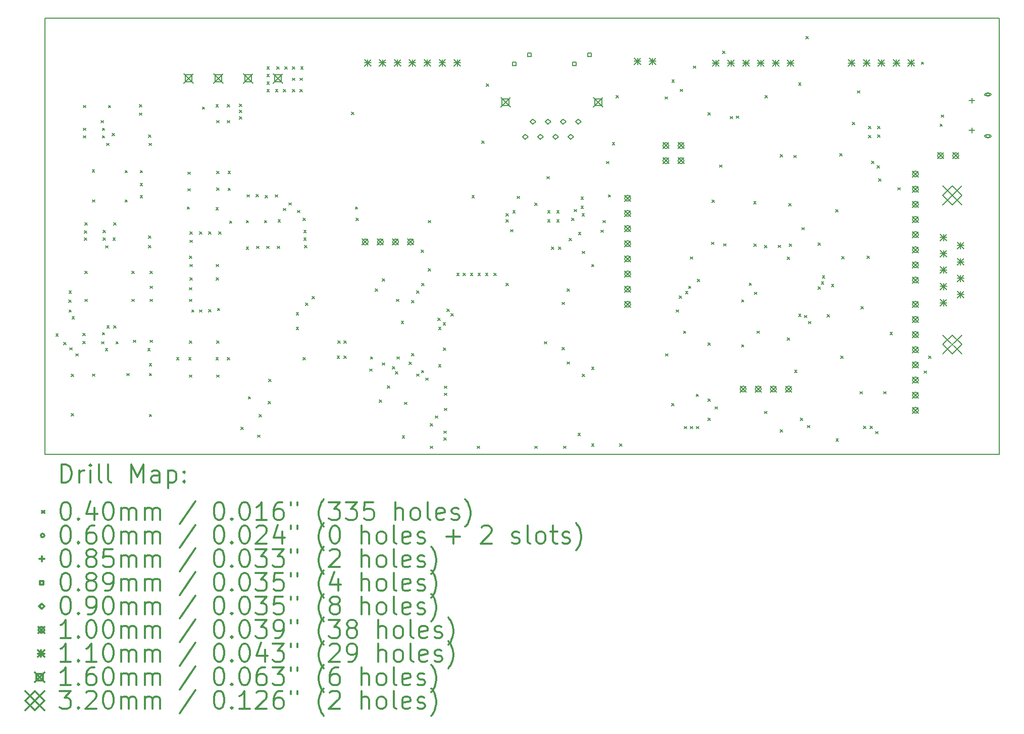
<source format=gbr>
%FSLAX45Y45*%
G04 Gerber Fmt 4.5, Leading zero omitted, Abs format (unit mm)*
G04 Created by KiCad (PCBNEW 5.0.2-bee76a0~70~ubuntu18.04.1) date Mo 05 Aug 2019 23:57:22 CEST*
%MOMM*%
%LPD*%
G01*
G04 APERTURE LIST*
%ADD10C,0.150000*%
%ADD11C,0.200000*%
%ADD12C,0.300000*%
G04 APERTURE END LIST*
D10*
X1746250Y-3746500D02*
X1746250Y-11061700D01*
X17748250Y-3746500D02*
X1746250Y-3746500D01*
X17748250Y-11061700D02*
X17748250Y-3746500D01*
X1746250Y-11061700D02*
X17748250Y-11061700D01*
D11*
X1932499Y-9044499D02*
X1972499Y-9084499D01*
X1972499Y-9044499D02*
X1932499Y-9084499D01*
X2062800Y-9187500D02*
X2102800Y-9227500D01*
X2102800Y-9187500D02*
X2062800Y-9227500D01*
X2150176Y-8473760D02*
X2190176Y-8513760D01*
X2190176Y-8473760D02*
X2150176Y-8513760D01*
X2151700Y-8323900D02*
X2191700Y-8363900D01*
X2191700Y-8323900D02*
X2151700Y-8363900D01*
X2151700Y-8641400D02*
X2191700Y-8681400D01*
X2191700Y-8641400D02*
X2151700Y-8681400D01*
X2164400Y-9276400D02*
X2204400Y-9316400D01*
X2204400Y-9276400D02*
X2164400Y-9316400D01*
X2189800Y-9720900D02*
X2229800Y-9760900D01*
X2229800Y-9720900D02*
X2189800Y-9760900D01*
X2189800Y-10381300D02*
X2229800Y-10421300D01*
X2229800Y-10381300D02*
X2189800Y-10421300D01*
X2202500Y-8755700D02*
X2242500Y-8795700D01*
X2242500Y-8755700D02*
X2202500Y-8795700D01*
X2266000Y-9378000D02*
X2306000Y-9418000D01*
X2306000Y-9378000D02*
X2266000Y-9418000D01*
X2386650Y-9035100D02*
X2426650Y-9075100D01*
X2426650Y-9035100D02*
X2386650Y-9075100D01*
X2386650Y-9168450D02*
X2426650Y-9208450D01*
X2426650Y-9168450D02*
X2386650Y-9208450D01*
X2393000Y-5212400D02*
X2433000Y-5252400D01*
X2433000Y-5212400D02*
X2393000Y-5252400D01*
X2393000Y-5593400D02*
X2433000Y-5633400D01*
X2433000Y-5593400D02*
X2393000Y-5633400D01*
X2393000Y-5720400D02*
X2433000Y-5760400D01*
X2433000Y-5720400D02*
X2393000Y-5760400D01*
X2412050Y-7314250D02*
X2452050Y-7354250D01*
X2452050Y-7314250D02*
X2412050Y-7354250D01*
X2412050Y-7434900D02*
X2452050Y-7474900D01*
X2452050Y-7434900D02*
X2412050Y-7474900D01*
X2418400Y-7180900D02*
X2458400Y-7220900D01*
X2458400Y-7180900D02*
X2418400Y-7220900D01*
X2418400Y-7993700D02*
X2458400Y-8033700D01*
X2458400Y-7993700D02*
X2418400Y-8033700D01*
X2418400Y-8463600D02*
X2458400Y-8503600D01*
X2458400Y-8463600D02*
X2418400Y-8503600D01*
X2541701Y-6291900D02*
X2581701Y-6331900D01*
X2581701Y-6291900D02*
X2541701Y-6331900D01*
X2545400Y-6793550D02*
X2585400Y-6833550D01*
X2585400Y-6793550D02*
X2545400Y-6833550D01*
X2545400Y-9714550D02*
X2585400Y-9754550D01*
X2585400Y-9714550D02*
X2545400Y-9754550D01*
X2691450Y-5466400D02*
X2731450Y-5506400D01*
X2731450Y-5466400D02*
X2691450Y-5506400D01*
X2697800Y-9174800D02*
X2737800Y-9214800D01*
X2737800Y-9174800D02*
X2697800Y-9214800D01*
X2710500Y-5593400D02*
X2750500Y-5633400D01*
X2750500Y-5593400D02*
X2710500Y-5633400D01*
X2710500Y-5720400D02*
X2750500Y-5760400D01*
X2750500Y-5720400D02*
X2710500Y-5760400D01*
X2710500Y-9022400D02*
X2750500Y-9062400D01*
X2750500Y-9022400D02*
X2710500Y-9062400D01*
X2723200Y-7307900D02*
X2763200Y-7347900D01*
X2763200Y-7307900D02*
X2723200Y-7347900D01*
X2723200Y-7434900D02*
X2763200Y-7474900D01*
X2763200Y-7434900D02*
X2723200Y-7474900D01*
X2761300Y-9289100D02*
X2801300Y-9329100D01*
X2801300Y-9289100D02*
X2761300Y-9329100D01*
X2765872Y-7564948D02*
X2805872Y-7604948D01*
X2805872Y-7564948D02*
X2765872Y-7604948D01*
X2780350Y-5847400D02*
X2820350Y-5887400D01*
X2820350Y-5847400D02*
X2780350Y-5887400D01*
X2786700Y-8908100D02*
X2826700Y-8948100D01*
X2826700Y-8908100D02*
X2786700Y-8948100D01*
X2812100Y-5212400D02*
X2852100Y-5252400D01*
X2852100Y-5212400D02*
X2812100Y-5252400D01*
X2875600Y-5682300D02*
X2915600Y-5722300D01*
X2915600Y-5682300D02*
X2875600Y-5722300D01*
X2888300Y-7434900D02*
X2928300Y-7474900D01*
X2928300Y-7434900D02*
X2888300Y-7474900D01*
X2901000Y-7180900D02*
X2941000Y-7220900D01*
X2941000Y-7180900D02*
X2901000Y-7220900D01*
X2901000Y-8908100D02*
X2941000Y-8948100D01*
X2941000Y-8908100D02*
X2901000Y-8948100D01*
X2939100Y-9174800D02*
X2979100Y-9214800D01*
X2979100Y-9174800D02*
X2939100Y-9214800D01*
X3091500Y-6304600D02*
X3131500Y-6344600D01*
X3131500Y-6304600D02*
X3091500Y-6344600D01*
X3091500Y-6793550D02*
X3131500Y-6833550D01*
X3131500Y-6793550D02*
X3091500Y-6833550D01*
X3123250Y-9708200D02*
X3163250Y-9748200D01*
X3163250Y-9708200D02*
X3123250Y-9748200D01*
X3205800Y-7993700D02*
X3245800Y-8033700D01*
X3245800Y-7993700D02*
X3205800Y-8033700D01*
X3205800Y-8463600D02*
X3245800Y-8503600D01*
X3245800Y-8463600D02*
X3205800Y-8503600D01*
X3231200Y-9149400D02*
X3271200Y-9189400D01*
X3271200Y-9149400D02*
X3231200Y-9189400D01*
X3332800Y-5199700D02*
X3372800Y-5239700D01*
X3372800Y-5199700D02*
X3332800Y-5239700D01*
X3332800Y-5339400D02*
X3372800Y-5379400D01*
X3372800Y-5339400D02*
X3332800Y-5379400D01*
X3345500Y-6304600D02*
X3385500Y-6344600D01*
X3385500Y-6304600D02*
X3345500Y-6344600D01*
X3345500Y-6520500D02*
X3385500Y-6560500D01*
X3385500Y-6520500D02*
X3345500Y-6560500D01*
X3345500Y-6723700D02*
X3385500Y-6763700D01*
X3385500Y-6723700D02*
X3345500Y-6763700D01*
X3472500Y-9289100D02*
X3512500Y-9329100D01*
X3512500Y-9289100D02*
X3472500Y-9329100D01*
X3482899Y-7401650D02*
X3522899Y-7441650D01*
X3522899Y-7401650D02*
X3482899Y-7441650D01*
X3485200Y-5707700D02*
X3525200Y-5747700D01*
X3525200Y-5707700D02*
X3485200Y-5747700D01*
X3485200Y-7561900D02*
X3525200Y-7601900D01*
X3525200Y-7561900D02*
X3485200Y-7601900D01*
X3491550Y-5847400D02*
X3531550Y-5887400D01*
X3531550Y-5847400D02*
X3491550Y-5887400D01*
X3497900Y-9543100D02*
X3537900Y-9583100D01*
X3537900Y-9543100D02*
X3497900Y-9583100D01*
X3497900Y-9708200D02*
X3537900Y-9748200D01*
X3537900Y-9708200D02*
X3497900Y-9748200D01*
X3497900Y-10394000D02*
X3537900Y-10434000D01*
X3537900Y-10394000D02*
X3497900Y-10434000D01*
X3510600Y-7993700D02*
X3550600Y-8033700D01*
X3550600Y-7993700D02*
X3510600Y-8033700D01*
X3510600Y-8241350D02*
X3550600Y-8281350D01*
X3550600Y-8241350D02*
X3510600Y-8281350D01*
X3510600Y-8463600D02*
X3550600Y-8503600D01*
X3550600Y-8463600D02*
X3510600Y-8503600D01*
X3510600Y-9149400D02*
X3550600Y-9189400D01*
X3550600Y-9149400D02*
X3510600Y-9189400D01*
X3955100Y-9441500D02*
X3995100Y-9481500D01*
X3995100Y-9441500D02*
X3955100Y-9481500D01*
X4132900Y-6914200D02*
X4172900Y-6954200D01*
X4172900Y-6914200D02*
X4132900Y-6954200D01*
X4145600Y-6330000D02*
X4185600Y-6370000D01*
X4185600Y-6330000D02*
X4145600Y-6370000D01*
X4145600Y-6609400D02*
X4185600Y-6649400D01*
X4185600Y-6609400D02*
X4145600Y-6649400D01*
X4158300Y-9441500D02*
X4198300Y-9481500D01*
X4198300Y-9441500D02*
X4158300Y-9481500D01*
X4171000Y-7739700D02*
X4211000Y-7779700D01*
X4211000Y-7739700D02*
X4171000Y-7779700D01*
X4171000Y-8266750D02*
X4211000Y-8306750D01*
X4211000Y-8266750D02*
X4171000Y-8306750D01*
X4171000Y-8463600D02*
X4211000Y-8503600D01*
X4211000Y-8463600D02*
X4171000Y-8503600D01*
X4171000Y-9162100D02*
X4211000Y-9202100D01*
X4211000Y-9162100D02*
X4171000Y-9202100D01*
X4171000Y-9733600D02*
X4211000Y-9773600D01*
X4211000Y-9733600D02*
X4171000Y-9773600D01*
X4177350Y-7333300D02*
X4217350Y-7373300D01*
X4217350Y-7333300D02*
X4177350Y-7373300D01*
X4177350Y-7473000D02*
X4217350Y-7513000D01*
X4217350Y-7473000D02*
X4177350Y-7513000D01*
X4177350Y-7879400D02*
X4217350Y-7919400D01*
X4217350Y-7879400D02*
X4177350Y-7919400D01*
X4177350Y-8101650D02*
X4217350Y-8141650D01*
X4217350Y-8101650D02*
X4177350Y-8141650D01*
X4209100Y-8641400D02*
X4249100Y-8681400D01*
X4249100Y-8641400D02*
X4209100Y-8681400D01*
X4342450Y-7333300D02*
X4382450Y-7373300D01*
X4382450Y-7333300D02*
X4342450Y-7373300D01*
X4342450Y-8641400D02*
X4382450Y-8681400D01*
X4382450Y-8641400D02*
X4342450Y-8681400D01*
X4386900Y-5237800D02*
X4426900Y-5277800D01*
X4426900Y-5237800D02*
X4386900Y-5277800D01*
X4494850Y-7333300D02*
X4534850Y-7373300D01*
X4534850Y-7333300D02*
X4494850Y-7373300D01*
X4494850Y-8635050D02*
X4534850Y-8675050D01*
X4534850Y-8635050D02*
X4494850Y-8675050D01*
X4615500Y-5199700D02*
X4655500Y-5239700D01*
X4655500Y-5199700D02*
X4615500Y-5239700D01*
X4615500Y-6926900D02*
X4655500Y-6966900D01*
X4655500Y-6926900D02*
X4615500Y-6966900D01*
X4615500Y-9441500D02*
X4655500Y-9481500D01*
X4655500Y-9441500D02*
X4615500Y-9481500D01*
X4621850Y-7879400D02*
X4661850Y-7919400D01*
X4661850Y-7879400D02*
X4621850Y-7919400D01*
X4621850Y-8101650D02*
X4661850Y-8141650D01*
X4661850Y-8101650D02*
X4621850Y-8141650D01*
X4628200Y-5466400D02*
X4668200Y-5506400D01*
X4668200Y-5466400D02*
X4628200Y-5506400D01*
X4628200Y-6317300D02*
X4668200Y-6357300D01*
X4668200Y-6317300D02*
X4628200Y-6357300D01*
X4628200Y-6596700D02*
X4668200Y-6636700D01*
X4668200Y-6596700D02*
X4628200Y-6636700D01*
X4628200Y-9162100D02*
X4668200Y-9202100D01*
X4668200Y-9162100D02*
X4628200Y-9202100D01*
X4628200Y-9733600D02*
X4668200Y-9773600D01*
X4668200Y-9733600D02*
X4628200Y-9773600D01*
X4640900Y-8616000D02*
X4680900Y-8656000D01*
X4680900Y-8616000D02*
X4640900Y-8656000D01*
X4659950Y-7333300D02*
X4699950Y-7373300D01*
X4699950Y-7333300D02*
X4659950Y-7373300D01*
X4806000Y-5199700D02*
X4846000Y-5239700D01*
X4846000Y-5199700D02*
X4806000Y-5239700D01*
X4806000Y-5466400D02*
X4846000Y-5506400D01*
X4846000Y-5466400D02*
X4806000Y-5506400D01*
X4806000Y-9441500D02*
X4846000Y-9481500D01*
X4846000Y-9441500D02*
X4806000Y-9481500D01*
X4818700Y-6314400D02*
X4858700Y-6354400D01*
X4858700Y-6314400D02*
X4818700Y-6354400D01*
X4819208Y-6599748D02*
X4859208Y-6639748D01*
X4859208Y-6599748D02*
X4819208Y-6639748D01*
X4844100Y-7149150D02*
X4884100Y-7189150D01*
X4884100Y-7149150D02*
X4844100Y-7189150D01*
X5009200Y-5192080D02*
X5049200Y-5232080D01*
X5049200Y-5192080D02*
X5009200Y-5232080D01*
X5009200Y-5293680D02*
X5049200Y-5333680D01*
X5049200Y-5293680D02*
X5009200Y-5333680D01*
X5009200Y-5400360D02*
X5049200Y-5440360D01*
X5049200Y-5400360D02*
X5009200Y-5440360D01*
X5034600Y-10609900D02*
X5074600Y-10649900D01*
X5074600Y-10609900D02*
X5034600Y-10649900D01*
X5123500Y-7142800D02*
X5163500Y-7182800D01*
X5163500Y-7142800D02*
X5123500Y-7182800D01*
X5123500Y-7587300D02*
X5163500Y-7627300D01*
X5163500Y-7587300D02*
X5123500Y-7627300D01*
X5136200Y-6711000D02*
X5176200Y-6751000D01*
X5176200Y-6711000D02*
X5136200Y-6751000D01*
X5157251Y-10097551D02*
X5197251Y-10137551D01*
X5197251Y-10097551D02*
X5157251Y-10137551D01*
X5288600Y-6704650D02*
X5328600Y-6744650D01*
X5328600Y-6704650D02*
X5288600Y-6744650D01*
X5294950Y-7574600D02*
X5334950Y-7614600D01*
X5334950Y-7574600D02*
X5294950Y-7614600D01*
X5312984Y-10739440D02*
X5352984Y-10779440D01*
X5352984Y-10739440D02*
X5312984Y-10779440D01*
X5341432Y-10394508D02*
X5381432Y-10434508D01*
X5381432Y-10394508D02*
X5341432Y-10434508D01*
X5428300Y-7142800D02*
X5468300Y-7182800D01*
X5468300Y-7142800D02*
X5428300Y-7182800D01*
X5441000Y-6723700D02*
X5481000Y-6763700D01*
X5481000Y-6723700D02*
X5441000Y-6763700D01*
X5466400Y-7574600D02*
X5506400Y-7614600D01*
X5506400Y-7574600D02*
X5466400Y-7614600D01*
X5471480Y-4564700D02*
X5511480Y-4604700D01*
X5511480Y-4564700D02*
X5471480Y-4604700D01*
X5471480Y-4691700D02*
X5511480Y-4731700D01*
X5511480Y-4691700D02*
X5471480Y-4731700D01*
X5471480Y-4818700D02*
X5511480Y-4858700D01*
X5511480Y-4818700D02*
X5471480Y-4858700D01*
X5471480Y-4943160D02*
X5511480Y-4983160D01*
X5511480Y-4943160D02*
X5471480Y-4983160D01*
X5493832Y-10176068D02*
X5533832Y-10216068D01*
X5533832Y-10176068D02*
X5493832Y-10216068D01*
X5498150Y-9803450D02*
X5538150Y-9843450D01*
X5538150Y-9803450D02*
X5498150Y-9843450D01*
X5612450Y-6711000D02*
X5652450Y-6751000D01*
X5652450Y-6711000D02*
X5612450Y-6751000D01*
X5613720Y-4945700D02*
X5653720Y-4985700D01*
X5653720Y-4945700D02*
X5613720Y-4985700D01*
X5634040Y-4564700D02*
X5674040Y-4604700D01*
X5674040Y-4564700D02*
X5634040Y-4604700D01*
X5644200Y-7574600D02*
X5684200Y-7614600D01*
X5684200Y-7574600D02*
X5644200Y-7614600D01*
X5656900Y-7130100D02*
X5696900Y-7170100D01*
X5696900Y-7130100D02*
X5656900Y-7170100D01*
X5744100Y-6939600D02*
X5784100Y-6979600D01*
X5784100Y-6939600D02*
X5744100Y-6979600D01*
X5745800Y-4945700D02*
X5785800Y-4985700D01*
X5785800Y-4945700D02*
X5745800Y-4985700D01*
X5771200Y-4564700D02*
X5811200Y-4604700D01*
X5811200Y-4564700D02*
X5771200Y-4604700D01*
X5839350Y-6844350D02*
X5879350Y-6884350D01*
X5879350Y-6844350D02*
X5839350Y-6884350D01*
X5898200Y-4564700D02*
X5938200Y-4604700D01*
X5938200Y-4564700D02*
X5898200Y-4604700D01*
X5898200Y-4755200D02*
X5938200Y-4795200D01*
X5938200Y-4755200D02*
X5898200Y-4795200D01*
X5898200Y-4945700D02*
X5938200Y-4985700D01*
X5938200Y-4945700D02*
X5898200Y-4985700D01*
X5960951Y-8683799D02*
X6000951Y-8723799D01*
X6000951Y-8683799D02*
X5960951Y-8723799D01*
X5960951Y-8933500D02*
X6000951Y-8973500D01*
X6000951Y-8933500D02*
X5960951Y-8973500D01*
X5980750Y-6971350D02*
X6020750Y-7011350D01*
X6020750Y-6971350D02*
X5980750Y-7011350D01*
X6025200Y-4755200D02*
X6065200Y-4795200D01*
X6065200Y-4755200D02*
X6025200Y-4795200D01*
X6025200Y-4945700D02*
X6065200Y-4985700D01*
X6065200Y-4945700D02*
X6025200Y-4985700D01*
X6037900Y-4564700D02*
X6077900Y-4604700D01*
X6077900Y-4564700D02*
X6037900Y-4604700D01*
X6076000Y-7104700D02*
X6116000Y-7144700D01*
X6116000Y-7104700D02*
X6076000Y-7144700D01*
X6076000Y-9441500D02*
X6116000Y-9481500D01*
X6116000Y-9441500D02*
X6076000Y-9481500D01*
X6088700Y-7307900D02*
X6128700Y-7347900D01*
X6128700Y-7307900D02*
X6088700Y-7347900D01*
X6088700Y-7434900D02*
X6128700Y-7474900D01*
X6128700Y-7434900D02*
X6088700Y-7474900D01*
X6101400Y-7561900D02*
X6141400Y-7601900D01*
X6141400Y-7561900D02*
X6101400Y-7601900D01*
X6117650Y-8527100D02*
X6157650Y-8567100D01*
X6157650Y-8527100D02*
X6117650Y-8567100D01*
X6228400Y-8416350D02*
X6268400Y-8456350D01*
X6268400Y-8416350D02*
X6228400Y-8456350D01*
X6647500Y-9416100D02*
X6687500Y-9456100D01*
X6687500Y-9416100D02*
X6647500Y-9456100D01*
X6660200Y-9162100D02*
X6700200Y-9202100D01*
X6700200Y-9162100D02*
X6660200Y-9202100D01*
X6761800Y-9162100D02*
X6801800Y-9202100D01*
X6801800Y-9162100D02*
X6761800Y-9202100D01*
X6761800Y-9416100D02*
X6801800Y-9456100D01*
X6801800Y-9416100D02*
X6761800Y-9456100D01*
X6888800Y-5326700D02*
X6928800Y-5366700D01*
X6928800Y-5326700D02*
X6888800Y-5366700D01*
X6952300Y-6914200D02*
X6992300Y-6954200D01*
X6992300Y-6914200D02*
X6952300Y-6954200D01*
X6965000Y-7104700D02*
X7005000Y-7144700D01*
X7005000Y-7104700D02*
X6965000Y-7144700D01*
X7193600Y-9632000D02*
X7233600Y-9672000D01*
X7233600Y-9632000D02*
X7193600Y-9672000D01*
X7206300Y-9428800D02*
X7246300Y-9468800D01*
X7246300Y-9428800D02*
X7206300Y-9468800D01*
X7286056Y-8290670D02*
X7326056Y-8330670D01*
X7326056Y-8290670D02*
X7286056Y-8330670D01*
X7353112Y-10150668D02*
X7393112Y-10190668D01*
X7393112Y-10150668D02*
X7353112Y-10190668D01*
X7403150Y-8120700D02*
X7443150Y-8160700D01*
X7443150Y-8120700D02*
X7403150Y-8160700D01*
X7403150Y-9530400D02*
X7443150Y-9570400D01*
X7443150Y-9530400D02*
X7403150Y-9570400D01*
X7488356Y-9911763D02*
X7528356Y-9951763D01*
X7528356Y-9911763D02*
X7488356Y-9951763D01*
X7573584Y-9591868D02*
X7613584Y-9631868D01*
X7613584Y-9591868D02*
X7573584Y-9631868D01*
X7627489Y-9676095D02*
X7667489Y-9716095D01*
X7667489Y-9676095D02*
X7627489Y-9716095D01*
X7639850Y-8463600D02*
X7679850Y-8503600D01*
X7679850Y-8463600D02*
X7639850Y-8503600D01*
X7650800Y-9428800D02*
X7690800Y-9468800D01*
X7690800Y-9428800D02*
X7650800Y-9468800D01*
X7723952Y-8829868D02*
X7763952Y-8869868D01*
X7763952Y-8829868D02*
X7723952Y-8869868D01*
X7739192Y-10750108D02*
X7779192Y-10790108D01*
X7779192Y-10750108D02*
X7739192Y-10790108D01*
X7776200Y-10190800D02*
X7816200Y-10230800D01*
X7816200Y-10190800D02*
X7776200Y-10230800D01*
X7856032Y-9515668D02*
X7896032Y-9555668D01*
X7896032Y-9515668D02*
X7856032Y-9555668D01*
X7898450Y-8482650D02*
X7938450Y-8522650D01*
X7938450Y-8482650D02*
X7898450Y-8522650D01*
X7898451Y-9371650D02*
X7938451Y-9411650D01*
X7938451Y-9371650D02*
X7898451Y-9411650D01*
X7980197Y-9714705D02*
X8020197Y-9754705D01*
X8020197Y-9714705D02*
X7980197Y-9754705D01*
X7981508Y-8321360D02*
X8021508Y-8361360D01*
X8021508Y-8321360D02*
X7981508Y-8361360D01*
X8057200Y-7638100D02*
X8097200Y-7678100D01*
X8097200Y-7638100D02*
X8057200Y-7678100D01*
X8062149Y-9657400D02*
X8102149Y-9697400D01*
X8102149Y-9657400D02*
X8062149Y-9697400D01*
X8063550Y-8193200D02*
X8103550Y-8233200D01*
X8103550Y-8193200D02*
X8063550Y-8233200D01*
X8134649Y-9784400D02*
X8174649Y-9824400D01*
X8174649Y-9784400D02*
X8134649Y-9824400D01*
X8177850Y-7142800D02*
X8217850Y-7182800D01*
X8217850Y-7142800D02*
X8177850Y-7182800D01*
X8177850Y-7949250D02*
X8217850Y-7989250D01*
X8217850Y-7949250D02*
X8177850Y-7989250D01*
X8207060Y-10547924D02*
X8247060Y-10587924D01*
X8247060Y-10547924D02*
X8207060Y-10587924D01*
X8209600Y-10927400D02*
X8249600Y-10967400D01*
X8249600Y-10927400D02*
X8209600Y-10967400D01*
X8292150Y-10419400D02*
X8332150Y-10459400D01*
X8332150Y-10419400D02*
X8292150Y-10459400D01*
X8336600Y-8781048D02*
X8376600Y-8821048D01*
X8376600Y-8781048D02*
X8336600Y-8821048D01*
X8349300Y-8933500D02*
X8389300Y-8973500D01*
X8389300Y-8933500D02*
X8349300Y-8973500D01*
X8349724Y-9558450D02*
X8389724Y-9598450D01*
X8389724Y-9558450D02*
X8349724Y-9598450D01*
X8426122Y-8853601D02*
X8466122Y-8893601D01*
X8466122Y-8853601D02*
X8426122Y-8893601D01*
X8430072Y-9276908D02*
X8470072Y-9316908D01*
X8470072Y-9276908D02*
X8430072Y-9316908D01*
X8438200Y-10787700D02*
X8478200Y-10827700D01*
X8478200Y-10787700D02*
X8438200Y-10827700D01*
X8438201Y-10673400D02*
X8478201Y-10713400D01*
X8478201Y-10673400D02*
X8438201Y-10713400D01*
X8444550Y-10292400D02*
X8484550Y-10332400D01*
X8484550Y-10292400D02*
X8444550Y-10332400D01*
X8444550Y-9917750D02*
X8484550Y-9957750D01*
X8484550Y-9917750D02*
X8444550Y-9957750D01*
X8444550Y-10038400D02*
X8484550Y-10078400D01*
X8484550Y-10038400D02*
X8444550Y-10078400D01*
X8488415Y-8628700D02*
X8528415Y-8668700D01*
X8528415Y-8628700D02*
X8488415Y-8668700D01*
X8558774Y-8701200D02*
X8598774Y-8741200D01*
X8598774Y-8701200D02*
X8558774Y-8741200D01*
X8654100Y-8025450D02*
X8694100Y-8065450D01*
X8694100Y-8025450D02*
X8654100Y-8065450D01*
X8762050Y-8025450D02*
X8802050Y-8065450D01*
X8802050Y-8025450D02*
X8762050Y-8065450D01*
X8882700Y-8025450D02*
X8922700Y-8065450D01*
X8922700Y-8025450D02*
X8882700Y-8065450D01*
X8908100Y-6723700D02*
X8948100Y-6763700D01*
X8948100Y-6723700D02*
X8908100Y-6763700D01*
X8997000Y-10927400D02*
X9037000Y-10967400D01*
X9037000Y-10927400D02*
X8997000Y-10967400D01*
X9009700Y-8025450D02*
X9049700Y-8065450D01*
X9049700Y-8025450D02*
X9009700Y-8065450D01*
X9073200Y-5809300D02*
X9113200Y-5849300D01*
X9113200Y-5809300D02*
X9073200Y-5849300D01*
X9136700Y-8025450D02*
X9176700Y-8065450D01*
X9176700Y-8025450D02*
X9136700Y-8065450D01*
X9149400Y-4850450D02*
X9189400Y-4890450D01*
X9189400Y-4850450D02*
X9149400Y-4890450D01*
X9276400Y-8025450D02*
X9316400Y-8065450D01*
X9316400Y-8025450D02*
X9276400Y-8065450D01*
X9479600Y-7028500D02*
X9519600Y-7068500D01*
X9519600Y-7028500D02*
X9479600Y-7068500D01*
X9479600Y-8193200D02*
X9519600Y-8233200D01*
X9519600Y-8193200D02*
X9479600Y-8233200D01*
X9480611Y-7128495D02*
X9520611Y-7168495D01*
X9520611Y-7128495D02*
X9480611Y-7168495D01*
X9555800Y-7295200D02*
X9595800Y-7335200D01*
X9595800Y-7295200D02*
X9555800Y-7335200D01*
X9593900Y-6977700D02*
X9633900Y-7017700D01*
X9633900Y-6977700D02*
X9593900Y-7017700D01*
X9665250Y-6736400D02*
X9705250Y-6776400D01*
X9705250Y-6736400D02*
X9665250Y-6776400D01*
X9962200Y-6850700D02*
X10002200Y-6890700D01*
X10002200Y-6850700D02*
X9962200Y-6890700D01*
X9962200Y-10927400D02*
X10002200Y-10967400D01*
X10002200Y-10927400D02*
X9962200Y-10967400D01*
X10120950Y-9174800D02*
X10160950Y-9214800D01*
X10160950Y-9174800D02*
X10120950Y-9214800D01*
X10165400Y-6406200D02*
X10205400Y-6446200D01*
X10205400Y-6406200D02*
X10165400Y-6446200D01*
X10178100Y-6977700D02*
X10218100Y-7017700D01*
X10218100Y-6977700D02*
X10178100Y-7017700D01*
X10178100Y-7130100D02*
X10218100Y-7170100D01*
X10218100Y-7130100D02*
X10178100Y-7170100D01*
X10241600Y-7587300D02*
X10281600Y-7627300D01*
X10281600Y-7587300D02*
X10241600Y-7627300D01*
X10330500Y-6977700D02*
X10370500Y-7017700D01*
X10370500Y-6977700D02*
X10330500Y-7017700D01*
X10330500Y-7130100D02*
X10370500Y-7170100D01*
X10370500Y-7130100D02*
X10330500Y-7170100D01*
X10362250Y-7587300D02*
X10402250Y-7627300D01*
X10402250Y-7587300D02*
X10362250Y-7627300D01*
X10416495Y-8514400D02*
X10456495Y-8554400D01*
X10456495Y-8514400D02*
X10416495Y-8554400D01*
X10416495Y-9270050D02*
X10456495Y-9310050D01*
X10456495Y-9270050D02*
X10416495Y-9310050D01*
X10444800Y-10927400D02*
X10484800Y-10967400D01*
X10484800Y-10927400D02*
X10444800Y-10967400D01*
X10501950Y-9511350D02*
X10541950Y-9551350D01*
X10541950Y-9511350D02*
X10501950Y-9551350D01*
X10506776Y-8290372D02*
X10546776Y-8330372D01*
X10546776Y-8290372D02*
X10506776Y-8330372D01*
X10537374Y-7441261D02*
X10577374Y-7481261D01*
X10577374Y-7441261D02*
X10537374Y-7481261D01*
X10579420Y-7104843D02*
X10619420Y-7144843D01*
X10619420Y-7104843D02*
X10579420Y-7144843D01*
X10622600Y-6954737D02*
X10662600Y-6994737D01*
X10662600Y-6954737D02*
X10622600Y-6994737D01*
X10686100Y-10711500D02*
X10726100Y-10751500D01*
X10726100Y-10711500D02*
X10686100Y-10751500D01*
X10693720Y-7337872D02*
X10733720Y-7377872D01*
X10733720Y-7337872D02*
X10693720Y-7377872D01*
X10736900Y-6749100D02*
X10776900Y-6789100D01*
X10776900Y-6749100D02*
X10736900Y-6789100D01*
X10736900Y-6897800D02*
X10776900Y-6937800D01*
X10776900Y-6897800D02*
X10736900Y-6937800D01*
X10754601Y-7028500D02*
X10794601Y-7068500D01*
X10794601Y-7028500D02*
X10754601Y-7068500D01*
X10755950Y-9720900D02*
X10795950Y-9760900D01*
X10795950Y-9720900D02*
X10755950Y-9760900D01*
X10756204Y-7658928D02*
X10796204Y-7698928D01*
X10796204Y-7658928D02*
X10756204Y-7698928D01*
X10914700Y-7879401D02*
X10954700Y-7919401D01*
X10954700Y-7879401D02*
X10914700Y-7919401D01*
X10914700Y-9600250D02*
X10954700Y-9640250D01*
X10954700Y-9600250D02*
X10914700Y-9640250D01*
X10914700Y-10889300D02*
X10954700Y-10929300D01*
X10954700Y-10889300D02*
X10914700Y-10929300D01*
X11073450Y-7301550D02*
X11113450Y-7341550D01*
X11113450Y-7301550D02*
X11073450Y-7341550D01*
X11102549Y-7142800D02*
X11142549Y-7182800D01*
X11142549Y-7142800D02*
X11102549Y-7182800D01*
X11166668Y-6152200D02*
X11206668Y-6192200D01*
X11206668Y-6152200D02*
X11166668Y-6192200D01*
X11194100Y-6711000D02*
X11234100Y-6751000D01*
X11234100Y-6711000D02*
X11194100Y-6751000D01*
X11262831Y-5831501D02*
X11302831Y-5871501D01*
X11302831Y-5831501D02*
X11262831Y-5871501D01*
X11324656Y-5044760D02*
X11364656Y-5084760D01*
X11364656Y-5044760D02*
X11324656Y-5084760D01*
X11384600Y-10889300D02*
X11424600Y-10929300D01*
X11424600Y-10889300D02*
X11384600Y-10929300D01*
X12144060Y-5066604D02*
X12184060Y-5106604D01*
X12184060Y-5066604D02*
X12144060Y-5106604D01*
X12157268Y-9377492D02*
X12197268Y-9417492D01*
X12197268Y-9377492D02*
X12157268Y-9417492D01*
X12257344Y-10213660D02*
X12297344Y-10253660D01*
X12297344Y-10213660D02*
X12257344Y-10253660D01*
X12261916Y-4782124D02*
X12301916Y-4822124D01*
X12301916Y-4782124D02*
X12261916Y-4822124D01*
X12330861Y-8640384D02*
X12370861Y-8680384D01*
X12370861Y-8640384D02*
X12330861Y-8680384D01*
X12384201Y-8406450D02*
X12424201Y-8446450D01*
X12424201Y-8406450D02*
X12384201Y-8446450D01*
X12403648Y-4939604D02*
X12443648Y-4979604D01*
X12443648Y-4939604D02*
X12403648Y-4979604D01*
X12456701Y-8997000D02*
X12496701Y-9037000D01*
X12496701Y-8997000D02*
X12456701Y-9037000D01*
X12470450Y-10597200D02*
X12510450Y-10637200D01*
X12510450Y-10597200D02*
X12470450Y-10637200D01*
X12490636Y-8330897D02*
X12530636Y-8370897D01*
X12530636Y-8330897D02*
X12490636Y-8370897D01*
X12540300Y-8241350D02*
X12580300Y-8281350D01*
X12580300Y-8241350D02*
X12540300Y-8281350D01*
X12572048Y-7752402D02*
X12612048Y-7792402D01*
X12612048Y-7752402D02*
X12572048Y-7792402D01*
X12572850Y-10597200D02*
X12612850Y-10637200D01*
X12612850Y-10597200D02*
X12572850Y-10637200D01*
X12622849Y-4552000D02*
X12662849Y-4592000D01*
X12662849Y-4552000D02*
X12622849Y-4592000D01*
X12667300Y-10054800D02*
X12707300Y-10094800D01*
X12707300Y-10054800D02*
X12667300Y-10094800D01*
X12673650Y-10597200D02*
X12713650Y-10637200D01*
X12713650Y-10597200D02*
X12673650Y-10637200D01*
X12686350Y-8127050D02*
X12726350Y-8167050D01*
X12726350Y-8127050D02*
X12686350Y-8167050D01*
X12864150Y-5333050D02*
X12904150Y-5373050D01*
X12904150Y-5333050D02*
X12864150Y-5373050D01*
X12864150Y-9193850D02*
X12904150Y-9233850D01*
X12904150Y-9193850D02*
X12864150Y-9233850D01*
X12864150Y-10133650D02*
X12904150Y-10173650D01*
X12904150Y-10133650D02*
X12864150Y-10173650D01*
X12864150Y-10457500D02*
X12904150Y-10497500D01*
X12904150Y-10457500D02*
X12864150Y-10497500D01*
X12925144Y-7506507D02*
X12965144Y-7546507D01*
X12965144Y-7506507D02*
X12925144Y-7546507D01*
X12935251Y-6799900D02*
X12975251Y-6839900D01*
X12975251Y-6799900D02*
X12935251Y-6839900D01*
X12984799Y-10267000D02*
X13024799Y-10307000D01*
X13024799Y-10267000D02*
X12984799Y-10307000D01*
X13061000Y-6209350D02*
X13101000Y-6249350D01*
X13101000Y-6209350D02*
X13061000Y-6249350D01*
X13113832Y-4299016D02*
X13153832Y-4339016D01*
X13153832Y-4299016D02*
X13113832Y-4339016D01*
X13130850Y-7530150D02*
X13170850Y-7570150D01*
X13170850Y-7530150D02*
X13130850Y-7570150D01*
X13238800Y-5396550D02*
X13278800Y-5436550D01*
X13278800Y-5396550D02*
X13238800Y-5436550D01*
X13340400Y-5390200D02*
X13380400Y-5430200D01*
X13380400Y-5390200D02*
X13340400Y-5430200D01*
X13429300Y-8469950D02*
X13469300Y-8509950D01*
X13469300Y-8469950D02*
X13429300Y-8509950D01*
X13429300Y-9225600D02*
X13469300Y-9265600D01*
X13469300Y-9225600D02*
X13429300Y-9265600D01*
X13556300Y-8190550D02*
X13596300Y-8230550D01*
X13596300Y-8190550D02*
X13556300Y-8230550D01*
X13632500Y-6825300D02*
X13672500Y-6865300D01*
X13672500Y-6825300D02*
X13632500Y-6865300D01*
X13638850Y-7536500D02*
X13678850Y-7576500D01*
X13678850Y-7536500D02*
X13638850Y-7576500D01*
X13645200Y-8342950D02*
X13685200Y-8382950D01*
X13685200Y-8342950D02*
X13645200Y-8382950D01*
X13689650Y-8997000D02*
X13729650Y-9037000D01*
X13729650Y-8997000D02*
X13689650Y-9037000D01*
X13816650Y-10343200D02*
X13856650Y-10383200D01*
X13856650Y-10343200D02*
X13816650Y-10383200D01*
X13816904Y-7558852D02*
X13856904Y-7598852D01*
X13856904Y-7558852D02*
X13816904Y-7598852D01*
X13823000Y-5047300D02*
X13863000Y-5087300D01*
X13863000Y-5047300D02*
X13823000Y-5087300D01*
X14045250Y-7555550D02*
X14085250Y-7595550D01*
X14085250Y-7555550D02*
X14045250Y-7595550D01*
X14077000Y-6037900D02*
X14117000Y-6077900D01*
X14117000Y-6037900D02*
X14077000Y-6077900D01*
X14077000Y-10651700D02*
X14117000Y-10691700D01*
X14117000Y-10651700D02*
X14077000Y-10691700D01*
X14197650Y-9111300D02*
X14237650Y-9151300D01*
X14237650Y-9111300D02*
X14197650Y-9151300D01*
X14197904Y-7752908D02*
X14237904Y-7792908D01*
X14237904Y-7752908D02*
X14197904Y-7792908D01*
X14223050Y-6857050D02*
X14263050Y-6897050D01*
X14263050Y-6857050D02*
X14223050Y-6897050D01*
X14229400Y-7536500D02*
X14269400Y-7576500D01*
X14269400Y-7536500D02*
X14229400Y-7576500D01*
X14305600Y-6050600D02*
X14345600Y-6090600D01*
X14345600Y-6050600D02*
X14305600Y-6090600D01*
X14317792Y-9652828D02*
X14357792Y-9692828D01*
X14357792Y-9652828D02*
X14317792Y-9692828D01*
X14385864Y-4831908D02*
X14425864Y-4871908D01*
X14425864Y-4831908D02*
X14385864Y-4871908D01*
X14386894Y-8709374D02*
X14426894Y-8749374D01*
X14426894Y-8709374D02*
X14386894Y-8749374D01*
X14416852Y-10457500D02*
X14456852Y-10497500D01*
X14456852Y-10457500D02*
X14416852Y-10497500D01*
X14439050Y-7260148D02*
X14479050Y-7300148D01*
X14479050Y-7260148D02*
X14439050Y-7300148D01*
X14484051Y-8733054D02*
X14524051Y-8773054D01*
X14524051Y-8733054D02*
X14484051Y-8773054D01*
X14508800Y-4056700D02*
X14548800Y-4096700D01*
X14548800Y-4056700D02*
X14508800Y-4096700D01*
X14536100Y-10579200D02*
X14576100Y-10619200D01*
X14576100Y-10579200D02*
X14536100Y-10619200D01*
X14551472Y-8834948D02*
X14591472Y-8874948D01*
X14591472Y-8834948D02*
X14551472Y-8874948D01*
X14711006Y-8254430D02*
X14751006Y-8294430D01*
X14751006Y-8254430D02*
X14711006Y-8294430D01*
X14714032Y-7519228D02*
X14754032Y-7559228D01*
X14754032Y-7519228D02*
X14714032Y-7559228D01*
X14767926Y-8172209D02*
X14807926Y-8212209D01*
X14807926Y-8172209D02*
X14767926Y-8212209D01*
X14785152Y-8067867D02*
X14825152Y-8107867D01*
X14825152Y-8067867D02*
X14785152Y-8107867D01*
X14865416Y-8723188D02*
X14905416Y-8763188D01*
X14905416Y-8723188D02*
X14865416Y-8763188D01*
X14937203Y-8212488D02*
X14977203Y-8252488D01*
X14977203Y-8212488D02*
X14937203Y-8252488D01*
X15011212Y-6959412D02*
X15051212Y-6999412D01*
X15051212Y-6959412D02*
X15011212Y-6999412D01*
X15011720Y-10803448D02*
X15051720Y-10843448D01*
X15051720Y-10803448D02*
X15011720Y-10843448D01*
X15073950Y-6017326D02*
X15113950Y-6057326D01*
X15113950Y-6017326D02*
X15073950Y-6057326D01*
X15093000Y-9416100D02*
X15133000Y-9456100D01*
X15133000Y-9416100D02*
X15093000Y-9456100D01*
X15110526Y-7747066D02*
X15150526Y-7787066D01*
X15150526Y-7747066D02*
X15110526Y-7787066D01*
X15289850Y-5492850D02*
X15329850Y-5532850D01*
X15329850Y-5492850D02*
X15289850Y-5532850D01*
X15375448Y-4965004D02*
X15415448Y-5005004D01*
X15415448Y-4965004D02*
X15375448Y-5005004D01*
X15416850Y-10013000D02*
X15456850Y-10053000D01*
X15456850Y-10013000D02*
X15416850Y-10053000D01*
X15434376Y-8585266D02*
X15474376Y-8625266D01*
X15474376Y-8585266D02*
X15434376Y-8625266D01*
X15474000Y-10590850D02*
X15514000Y-10630850D01*
X15514000Y-10590850D02*
X15474000Y-10630850D01*
X15535976Y-7740716D02*
X15575976Y-7780716D01*
X15575976Y-7740716D02*
X15535976Y-7780716D01*
X15556550Y-5561650D02*
X15596550Y-5601650D01*
X15596550Y-5561650D02*
X15556550Y-5601650D01*
X15557750Y-5712850D02*
X15597750Y-5752850D01*
X15597750Y-5712850D02*
X15557750Y-5752850D01*
X15581950Y-10590850D02*
X15621950Y-10630850D01*
X15621950Y-10590850D02*
X15581950Y-10630850D01*
X15607350Y-6145850D02*
X15647350Y-6185850D01*
X15647350Y-6145850D02*
X15607350Y-6185850D01*
X15676400Y-10680550D02*
X15716400Y-10720550D01*
X15716400Y-10680550D02*
X15676400Y-10720550D01*
X15700983Y-6222200D02*
X15740983Y-6262200D01*
X15740983Y-6222200D02*
X15700983Y-6262200D01*
X15708950Y-5561650D02*
X15748950Y-5601650D01*
X15748950Y-5561650D02*
X15708950Y-5601650D01*
X15708950Y-5707700D02*
X15748950Y-5747700D01*
X15748950Y-5707700D02*
X15708950Y-5747700D01*
X15728000Y-6444300D02*
X15768000Y-6484300D01*
X15768000Y-6444300D02*
X15728000Y-6484300D01*
X15810550Y-10013000D02*
X15850550Y-10053000D01*
X15850550Y-10013000D02*
X15810550Y-10053000D01*
X15918500Y-9016050D02*
X15958500Y-9056050D01*
X15958500Y-9016050D02*
X15918500Y-9056050D01*
X16051850Y-6590350D02*
X16091850Y-6630350D01*
X16091850Y-6590350D02*
X16051850Y-6630350D01*
X16443264Y-4483420D02*
X16483264Y-4523420D01*
X16483264Y-4483420D02*
X16443264Y-4523420D01*
X16490000Y-9663750D02*
X16530000Y-9703750D01*
X16530000Y-9663750D02*
X16490000Y-9703750D01*
X16566200Y-9416100D02*
X16606200Y-9456100D01*
X16606200Y-9416100D02*
X16566200Y-9456100D01*
X16756077Y-5523698D02*
X16796077Y-5563698D01*
X16796077Y-5523698D02*
X16756077Y-5563698D01*
X16780322Y-5371912D02*
X16820322Y-5411912D01*
X16820322Y-5371912D02*
X16780322Y-5411912D01*
X17589072Y-5029212D02*
G75*
G03X17589072Y-5029212I-30000J0D01*
G01*
X17524072Y-5049212D02*
X17594072Y-5049212D01*
X17524072Y-5009212D02*
X17594072Y-5009212D01*
X17594072Y-5049212D02*
G75*
G03X17594072Y-5009212I0J20000D01*
G01*
X17524072Y-5009212D02*
G75*
G03X17524072Y-5049212I0J-20000D01*
G01*
X17589072Y-5729212D02*
G75*
G03X17589072Y-5729212I-30000J0D01*
G01*
X17594072Y-5709212D02*
X17524072Y-5709212D01*
X17594072Y-5749212D02*
X17524072Y-5749212D01*
X17524072Y-5709212D02*
G75*
G03X17524072Y-5749212I0J-20000D01*
G01*
X17594072Y-5749212D02*
G75*
G03X17594072Y-5709212I0J20000D01*
G01*
X17289072Y-5086712D02*
X17289072Y-5171712D01*
X17246572Y-5129212D02*
X17331572Y-5129212D01*
X17289072Y-5586712D02*
X17289072Y-5671712D01*
X17246572Y-5629212D02*
X17331572Y-5629212D01*
X9647867Y-4545867D02*
X9647867Y-4482933D01*
X9584933Y-4482933D01*
X9584933Y-4545867D01*
X9647867Y-4545867D01*
X9901867Y-4393867D02*
X9901867Y-4330933D01*
X9838933Y-4330933D01*
X9838933Y-4393867D01*
X9901867Y-4393867D01*
X10658867Y-4545867D02*
X10658867Y-4482933D01*
X10595933Y-4482933D01*
X10595933Y-4545867D01*
X10658867Y-4545867D01*
X10912867Y-4393867D02*
X10912867Y-4330933D01*
X10849933Y-4330933D01*
X10849933Y-4393867D01*
X10912867Y-4393867D01*
X9804400Y-5785400D02*
X9849400Y-5740400D01*
X9804400Y-5695400D01*
X9759400Y-5740400D01*
X9804400Y-5785400D01*
X9931400Y-5531400D02*
X9976400Y-5486400D01*
X9931400Y-5441400D01*
X9886400Y-5486400D01*
X9931400Y-5531400D01*
X10058400Y-5785400D02*
X10103400Y-5740400D01*
X10058400Y-5695400D01*
X10013400Y-5740400D01*
X10058400Y-5785400D01*
X10185400Y-5531400D02*
X10230400Y-5486400D01*
X10185400Y-5441400D01*
X10140400Y-5486400D01*
X10185400Y-5531400D01*
X10312400Y-5785400D02*
X10357400Y-5740400D01*
X10312400Y-5695400D01*
X10267400Y-5740400D01*
X10312400Y-5785400D01*
X10439400Y-5531400D02*
X10484400Y-5486400D01*
X10439400Y-5441400D01*
X10394400Y-5486400D01*
X10439400Y-5531400D01*
X10566400Y-5785400D02*
X10611400Y-5740400D01*
X10566400Y-5695400D01*
X10521400Y-5740400D01*
X10566400Y-5785400D01*
X10693400Y-5531400D02*
X10738400Y-5486400D01*
X10693400Y-5441400D01*
X10648400Y-5486400D01*
X10693400Y-5531400D01*
X13405650Y-9919500D02*
X13505650Y-10019500D01*
X13505650Y-9919500D02*
X13405650Y-10019500D01*
X13505650Y-9969500D02*
G75*
G03X13505650Y-9969500I-50000J0D01*
G01*
X13659650Y-9919500D02*
X13759650Y-10019500D01*
X13759650Y-9919500D02*
X13659650Y-10019500D01*
X13759650Y-9969500D02*
G75*
G03X13759650Y-9969500I-50000J0D01*
G01*
X13913650Y-9919500D02*
X14013650Y-10019500D01*
X14013650Y-9919500D02*
X13913650Y-10019500D01*
X14013650Y-9969500D02*
G75*
G03X14013650Y-9969500I-50000J0D01*
G01*
X14167650Y-9919500D02*
X14267650Y-10019500D01*
X14267650Y-9919500D02*
X14167650Y-10019500D01*
X14267650Y-9969500D02*
G75*
G03X14267650Y-9969500I-50000J0D01*
G01*
X16716032Y-6005868D02*
X16816032Y-6105868D01*
X16816032Y-6005868D02*
X16716032Y-6105868D01*
X16816032Y-6055868D02*
G75*
G03X16816032Y-6055868I-50000J0D01*
G01*
X16970032Y-6005868D02*
X17070032Y-6105868D01*
X17070032Y-6005868D02*
X16970032Y-6105868D01*
X17070032Y-6055868D02*
G75*
G03X17070032Y-6055868I-50000J0D01*
G01*
X16294900Y-8497100D02*
X16394900Y-8597100D01*
X16394900Y-8497100D02*
X16294900Y-8597100D01*
X16394900Y-8547100D02*
G75*
G03X16394900Y-8547100I-50000J0D01*
G01*
X16294900Y-8751100D02*
X16394900Y-8851100D01*
X16394900Y-8751100D02*
X16294900Y-8851100D01*
X16394900Y-8801100D02*
G75*
G03X16394900Y-8801100I-50000J0D01*
G01*
X16294900Y-9005100D02*
X16394900Y-9105100D01*
X16394900Y-9005100D02*
X16294900Y-9105100D01*
X16394900Y-9055100D02*
G75*
G03X16394900Y-9055100I-50000J0D01*
G01*
X16294900Y-9259100D02*
X16394900Y-9359100D01*
X16394900Y-9259100D02*
X16294900Y-9359100D01*
X16394900Y-9309100D02*
G75*
G03X16394900Y-9309100I-50000J0D01*
G01*
X16294900Y-9513100D02*
X16394900Y-9613100D01*
X16394900Y-9513100D02*
X16294900Y-9613100D01*
X16394900Y-9563100D02*
G75*
G03X16394900Y-9563100I-50000J0D01*
G01*
X16294900Y-9767100D02*
X16394900Y-9867100D01*
X16394900Y-9767100D02*
X16294900Y-9867100D01*
X16394900Y-9817100D02*
G75*
G03X16394900Y-9817100I-50000J0D01*
G01*
X16294900Y-10021100D02*
X16394900Y-10121100D01*
X16394900Y-10021100D02*
X16294900Y-10121100D01*
X16394900Y-10071100D02*
G75*
G03X16394900Y-10071100I-50000J0D01*
G01*
X16294900Y-10275100D02*
X16394900Y-10375100D01*
X16394900Y-10275100D02*
X16294900Y-10375100D01*
X16394900Y-10325100D02*
G75*
G03X16394900Y-10325100I-50000J0D01*
G01*
X16294900Y-6312700D02*
X16394900Y-6412700D01*
X16394900Y-6312700D02*
X16294900Y-6412700D01*
X16394900Y-6362700D02*
G75*
G03X16394900Y-6362700I-50000J0D01*
G01*
X16294900Y-6566700D02*
X16394900Y-6666700D01*
X16394900Y-6566700D02*
X16294900Y-6666700D01*
X16394900Y-6616700D02*
G75*
G03X16394900Y-6616700I-50000J0D01*
G01*
X16294900Y-6820700D02*
X16394900Y-6920700D01*
X16394900Y-6820700D02*
X16294900Y-6920700D01*
X16394900Y-6870700D02*
G75*
G03X16394900Y-6870700I-50000J0D01*
G01*
X16294900Y-7074700D02*
X16394900Y-7174700D01*
X16394900Y-7074700D02*
X16294900Y-7174700D01*
X16394900Y-7124700D02*
G75*
G03X16394900Y-7124700I-50000J0D01*
G01*
X16294900Y-7328700D02*
X16394900Y-7428700D01*
X16394900Y-7328700D02*
X16294900Y-7428700D01*
X16394900Y-7378700D02*
G75*
G03X16394900Y-7378700I-50000J0D01*
G01*
X16294900Y-7582700D02*
X16394900Y-7682700D01*
X16394900Y-7582700D02*
X16294900Y-7682700D01*
X16394900Y-7632700D02*
G75*
G03X16394900Y-7632700I-50000J0D01*
G01*
X16294900Y-7836700D02*
X16394900Y-7936700D01*
X16394900Y-7836700D02*
X16294900Y-7936700D01*
X16394900Y-7886700D02*
G75*
G03X16394900Y-7886700I-50000J0D01*
G01*
X16294900Y-8090700D02*
X16394900Y-8190700D01*
X16394900Y-8090700D02*
X16294900Y-8190700D01*
X16394900Y-8140700D02*
G75*
G03X16394900Y-8140700I-50000J0D01*
G01*
X11468900Y-6719100D02*
X11568900Y-6819100D01*
X11568900Y-6719100D02*
X11468900Y-6819100D01*
X11568900Y-6769100D02*
G75*
G03X11568900Y-6769100I-50000J0D01*
G01*
X11468900Y-6973100D02*
X11568900Y-7073100D01*
X11568900Y-6973100D02*
X11468900Y-7073100D01*
X11568900Y-7023100D02*
G75*
G03X11568900Y-7023100I-50000J0D01*
G01*
X11468900Y-7227100D02*
X11568900Y-7327100D01*
X11568900Y-7227100D02*
X11468900Y-7327100D01*
X11568900Y-7277100D02*
G75*
G03X11568900Y-7277100I-50000J0D01*
G01*
X11468900Y-7481100D02*
X11568900Y-7581100D01*
X11568900Y-7481100D02*
X11468900Y-7581100D01*
X11568900Y-7531100D02*
G75*
G03X11568900Y-7531100I-50000J0D01*
G01*
X11468900Y-7735100D02*
X11568900Y-7835100D01*
X11568900Y-7735100D02*
X11468900Y-7835100D01*
X11568900Y-7785100D02*
G75*
G03X11568900Y-7785100I-50000J0D01*
G01*
X11468900Y-7989100D02*
X11568900Y-8089100D01*
X11568900Y-7989100D02*
X11468900Y-8089100D01*
X11568900Y-8039100D02*
G75*
G03X11568900Y-8039100I-50000J0D01*
G01*
X11468900Y-8243100D02*
X11568900Y-8343100D01*
X11568900Y-8243100D02*
X11468900Y-8343100D01*
X11568900Y-8293100D02*
G75*
G03X11568900Y-8293100I-50000J0D01*
G01*
X11468900Y-8497100D02*
X11568900Y-8597100D01*
X11568900Y-8497100D02*
X11468900Y-8597100D01*
X11568900Y-8547100D02*
G75*
G03X11568900Y-8547100I-50000J0D01*
G01*
X7069620Y-7451636D02*
X7169620Y-7551636D01*
X7169620Y-7451636D02*
X7069620Y-7551636D01*
X7169620Y-7501636D02*
G75*
G03X7169620Y-7501636I-50000J0D01*
G01*
X7323620Y-7451636D02*
X7423620Y-7551636D01*
X7423620Y-7451636D02*
X7323620Y-7551636D01*
X7423620Y-7501636D02*
G75*
G03X7423620Y-7501636I-50000J0D01*
G01*
X7577620Y-7451636D02*
X7677620Y-7551636D01*
X7677620Y-7451636D02*
X7577620Y-7551636D01*
X7677620Y-7501636D02*
G75*
G03X7677620Y-7501636I-50000J0D01*
G01*
X7831620Y-7451636D02*
X7931620Y-7551636D01*
X7931620Y-7451636D02*
X7831620Y-7551636D01*
X7931620Y-7501636D02*
G75*
G03X7931620Y-7501636I-50000J0D01*
G01*
X12110250Y-5836450D02*
X12210250Y-5936450D01*
X12210250Y-5836450D02*
X12110250Y-5936450D01*
X12210250Y-5886450D02*
G75*
G03X12210250Y-5886450I-50000J0D01*
G01*
X12110250Y-6090450D02*
X12210250Y-6190450D01*
X12210250Y-6090450D02*
X12110250Y-6190450D01*
X12210250Y-6140450D02*
G75*
G03X12210250Y-6140450I-50000J0D01*
G01*
X12364250Y-5836450D02*
X12464250Y-5936450D01*
X12464250Y-5836450D02*
X12364250Y-5936450D01*
X12464250Y-5886450D02*
G75*
G03X12464250Y-5886450I-50000J0D01*
G01*
X12364250Y-6090450D02*
X12464250Y-6190450D01*
X12464250Y-6090450D02*
X12364250Y-6190450D01*
X12464250Y-6140450D02*
G75*
G03X12464250Y-6140450I-50000J0D01*
G01*
X12945576Y-4448116D02*
X13055576Y-4558116D01*
X13055576Y-4448116D02*
X12945576Y-4558116D01*
X13000576Y-4448116D02*
X13000576Y-4558116D01*
X12945576Y-4503116D02*
X13055576Y-4503116D01*
X13195576Y-4448116D02*
X13305576Y-4558116D01*
X13305576Y-4448116D02*
X13195576Y-4558116D01*
X13250576Y-4448116D02*
X13250576Y-4558116D01*
X13195576Y-4503116D02*
X13305576Y-4503116D01*
X13445576Y-4448116D02*
X13555576Y-4558116D01*
X13555576Y-4448116D02*
X13445576Y-4558116D01*
X13500576Y-4448116D02*
X13500576Y-4558116D01*
X13445576Y-4503116D02*
X13555576Y-4503116D01*
X13695576Y-4448116D02*
X13805576Y-4558116D01*
X13805576Y-4448116D02*
X13695576Y-4558116D01*
X13750576Y-4448116D02*
X13750576Y-4558116D01*
X13695576Y-4503116D02*
X13805576Y-4503116D01*
X13945576Y-4448116D02*
X14055576Y-4558116D01*
X14055576Y-4448116D02*
X13945576Y-4558116D01*
X14000576Y-4448116D02*
X14000576Y-4558116D01*
X13945576Y-4503116D02*
X14055576Y-4503116D01*
X14195576Y-4448116D02*
X14305576Y-4558116D01*
X14305576Y-4448116D02*
X14195576Y-4558116D01*
X14250576Y-4448116D02*
X14250576Y-4558116D01*
X14195576Y-4503116D02*
X14305576Y-4503116D01*
X7106700Y-4442604D02*
X7216700Y-4552604D01*
X7216700Y-4442604D02*
X7106700Y-4552604D01*
X7161700Y-4442604D02*
X7161700Y-4552604D01*
X7106700Y-4497604D02*
X7216700Y-4497604D01*
X7356700Y-4442604D02*
X7466700Y-4552604D01*
X7466700Y-4442604D02*
X7356700Y-4552604D01*
X7411700Y-4442604D02*
X7411700Y-4552604D01*
X7356700Y-4497604D02*
X7466700Y-4497604D01*
X7606700Y-4442604D02*
X7716700Y-4552604D01*
X7716700Y-4442604D02*
X7606700Y-4552604D01*
X7661700Y-4442604D02*
X7661700Y-4552604D01*
X7606700Y-4497604D02*
X7716700Y-4497604D01*
X7856700Y-4442604D02*
X7966700Y-4552604D01*
X7966700Y-4442604D02*
X7856700Y-4552604D01*
X7911700Y-4442604D02*
X7911700Y-4552604D01*
X7856700Y-4497604D02*
X7966700Y-4497604D01*
X8106700Y-4442604D02*
X8216700Y-4552604D01*
X8216700Y-4442604D02*
X8106700Y-4552604D01*
X8161700Y-4442604D02*
X8161700Y-4552604D01*
X8106700Y-4497604D02*
X8216700Y-4497604D01*
X8356700Y-4442604D02*
X8466700Y-4552604D01*
X8466700Y-4442604D02*
X8356700Y-4552604D01*
X8411700Y-4442604D02*
X8411700Y-4552604D01*
X8356700Y-4497604D02*
X8466700Y-4497604D01*
X8606700Y-4442604D02*
X8716700Y-4552604D01*
X8716700Y-4442604D02*
X8606700Y-4552604D01*
X8661700Y-4442604D02*
X8661700Y-4552604D01*
X8606700Y-4497604D02*
X8716700Y-4497604D01*
X11629476Y-4416484D02*
X11739476Y-4526484D01*
X11739476Y-4416484D02*
X11629476Y-4526484D01*
X11684476Y-4416484D02*
X11684476Y-4526484D01*
X11629476Y-4471484D02*
X11739476Y-4471484D01*
X11879476Y-4416484D02*
X11989476Y-4526484D01*
X11989476Y-4416484D02*
X11879476Y-4526484D01*
X11934476Y-4416484D02*
X11934476Y-4526484D01*
X11879476Y-4471484D02*
X11989476Y-4471484D01*
X15219416Y-4445600D02*
X15329416Y-4555600D01*
X15329416Y-4445600D02*
X15219416Y-4555600D01*
X15274416Y-4445600D02*
X15274416Y-4555600D01*
X15219416Y-4500600D02*
X15329416Y-4500600D01*
X15469416Y-4445600D02*
X15579416Y-4555600D01*
X15579416Y-4445600D02*
X15469416Y-4555600D01*
X15524416Y-4445600D02*
X15524416Y-4555600D01*
X15469416Y-4500600D02*
X15579416Y-4500600D01*
X15719416Y-4445600D02*
X15829416Y-4555600D01*
X15829416Y-4445600D02*
X15719416Y-4555600D01*
X15774416Y-4445600D02*
X15774416Y-4555600D01*
X15719416Y-4500600D02*
X15829416Y-4500600D01*
X15969416Y-4445600D02*
X16079416Y-4555600D01*
X16079416Y-4445600D02*
X15969416Y-4555600D01*
X16024416Y-4445600D02*
X16024416Y-4555600D01*
X15969416Y-4500600D02*
X16079416Y-4500600D01*
X16219416Y-4445600D02*
X16329416Y-4555600D01*
X16329416Y-4445600D02*
X16219416Y-4555600D01*
X16274416Y-4445600D02*
X16274416Y-4555600D01*
X16219416Y-4500600D02*
X16329416Y-4500600D01*
X16763048Y-7370060D02*
X16873048Y-7480060D01*
X16873048Y-7370060D02*
X16763048Y-7480060D01*
X16818048Y-7370060D02*
X16818048Y-7480060D01*
X16763048Y-7425060D02*
X16873048Y-7425060D01*
X16763048Y-7644060D02*
X16873048Y-7754060D01*
X16873048Y-7644060D02*
X16763048Y-7754060D01*
X16818048Y-7644060D02*
X16818048Y-7754060D01*
X16763048Y-7699060D02*
X16873048Y-7699060D01*
X16763048Y-7918060D02*
X16873048Y-8028060D01*
X16873048Y-7918060D02*
X16763048Y-8028060D01*
X16818048Y-7918060D02*
X16818048Y-8028060D01*
X16763048Y-7973060D02*
X16873048Y-7973060D01*
X16763048Y-8192060D02*
X16873048Y-8302060D01*
X16873048Y-8192060D02*
X16763048Y-8302060D01*
X16818048Y-8192060D02*
X16818048Y-8302060D01*
X16763048Y-8247060D02*
X16873048Y-8247060D01*
X16763048Y-8466060D02*
X16873048Y-8576060D01*
X16873048Y-8466060D02*
X16763048Y-8576060D01*
X16818048Y-8466060D02*
X16818048Y-8576060D01*
X16763048Y-8521060D02*
X16873048Y-8521060D01*
X17047048Y-7507060D02*
X17157048Y-7617060D01*
X17157048Y-7507060D02*
X17047048Y-7617060D01*
X17102048Y-7507060D02*
X17102048Y-7617060D01*
X17047048Y-7562060D02*
X17157048Y-7562060D01*
X17047048Y-7781060D02*
X17157048Y-7891060D01*
X17157048Y-7781060D02*
X17047048Y-7891060D01*
X17102048Y-7781060D02*
X17102048Y-7891060D01*
X17047048Y-7836060D02*
X17157048Y-7836060D01*
X17047048Y-8055060D02*
X17157048Y-8165060D01*
X17157048Y-8055060D02*
X17047048Y-8165060D01*
X17102048Y-8055060D02*
X17102048Y-8165060D01*
X17047048Y-8110060D02*
X17157048Y-8110060D01*
X17047048Y-8329060D02*
X17157048Y-8439060D01*
X17157048Y-8329060D02*
X17047048Y-8439060D01*
X17102048Y-8329060D02*
X17102048Y-8439060D01*
X17047048Y-8384060D02*
X17157048Y-8384060D01*
X4076264Y-4677840D02*
X4236264Y-4837840D01*
X4236264Y-4677840D02*
X4076264Y-4837840D01*
X4212833Y-4814409D02*
X4212833Y-4701271D01*
X4099695Y-4701271D01*
X4099695Y-4814409D01*
X4212833Y-4814409D01*
X4576264Y-4677840D02*
X4736264Y-4837840D01*
X4736264Y-4677840D02*
X4576264Y-4837840D01*
X4712833Y-4814409D02*
X4712833Y-4701271D01*
X4599695Y-4701271D01*
X4599695Y-4814409D01*
X4712833Y-4814409D01*
X5076264Y-4677840D02*
X5236264Y-4837840D01*
X5236264Y-4677840D02*
X5076264Y-4837840D01*
X5212833Y-4814409D02*
X5212833Y-4701271D01*
X5099695Y-4701271D01*
X5099695Y-4814409D01*
X5212833Y-4814409D01*
X5576264Y-4677840D02*
X5736264Y-4837840D01*
X5736264Y-4677840D02*
X5576264Y-4837840D01*
X5712833Y-4814409D02*
X5712833Y-4701271D01*
X5599695Y-4701271D01*
X5599695Y-4814409D01*
X5712833Y-4814409D01*
X9391400Y-5077400D02*
X9551400Y-5237400D01*
X9551400Y-5077400D02*
X9391400Y-5237400D01*
X9527969Y-5213969D02*
X9527969Y-5100831D01*
X9414831Y-5100831D01*
X9414831Y-5213969D01*
X9527969Y-5213969D01*
X10946400Y-5077400D02*
X11106400Y-5237400D01*
X11106400Y-5077400D02*
X10946400Y-5237400D01*
X11082969Y-5213969D02*
X11082969Y-5100831D01*
X10969831Y-5100831D01*
X10969831Y-5213969D01*
X11082969Y-5213969D01*
X16800048Y-6563560D02*
X17120048Y-6883560D01*
X17120048Y-6563560D02*
X16800048Y-6883560D01*
X16960048Y-6883560D02*
X17120048Y-6723560D01*
X16960048Y-6563560D01*
X16800048Y-6723560D01*
X16960048Y-6883560D01*
X16800048Y-9062560D02*
X17120048Y-9382560D01*
X17120048Y-9062560D02*
X16800048Y-9382560D01*
X16960048Y-9382560D02*
X17120048Y-9222560D01*
X16960048Y-9062560D01*
X16800048Y-9222560D01*
X16960048Y-9382560D01*
D12*
X2025178Y-11534914D02*
X2025178Y-11234914D01*
X2096607Y-11234914D01*
X2139464Y-11249200D01*
X2168036Y-11277771D01*
X2182321Y-11306343D01*
X2196607Y-11363486D01*
X2196607Y-11406343D01*
X2182321Y-11463486D01*
X2168036Y-11492057D01*
X2139464Y-11520629D01*
X2096607Y-11534914D01*
X2025178Y-11534914D01*
X2325178Y-11534914D02*
X2325178Y-11334914D01*
X2325178Y-11392057D02*
X2339464Y-11363486D01*
X2353750Y-11349200D01*
X2382321Y-11334914D01*
X2410893Y-11334914D01*
X2510893Y-11534914D02*
X2510893Y-11334914D01*
X2510893Y-11234914D02*
X2496607Y-11249200D01*
X2510893Y-11263486D01*
X2525178Y-11249200D01*
X2510893Y-11234914D01*
X2510893Y-11263486D01*
X2696607Y-11534914D02*
X2668036Y-11520629D01*
X2653750Y-11492057D01*
X2653750Y-11234914D01*
X2853750Y-11534914D02*
X2825178Y-11520629D01*
X2810893Y-11492057D01*
X2810893Y-11234914D01*
X3196607Y-11534914D02*
X3196607Y-11234914D01*
X3296607Y-11449200D01*
X3396607Y-11234914D01*
X3396607Y-11534914D01*
X3668036Y-11534914D02*
X3668036Y-11377771D01*
X3653750Y-11349200D01*
X3625178Y-11334914D01*
X3568036Y-11334914D01*
X3539464Y-11349200D01*
X3668036Y-11520629D02*
X3639464Y-11534914D01*
X3568036Y-11534914D01*
X3539464Y-11520629D01*
X3525178Y-11492057D01*
X3525178Y-11463486D01*
X3539464Y-11434914D01*
X3568036Y-11420629D01*
X3639464Y-11420629D01*
X3668036Y-11406343D01*
X3810893Y-11334914D02*
X3810893Y-11634914D01*
X3810893Y-11349200D02*
X3839464Y-11334914D01*
X3896607Y-11334914D01*
X3925178Y-11349200D01*
X3939464Y-11363486D01*
X3953750Y-11392057D01*
X3953750Y-11477771D01*
X3939464Y-11506343D01*
X3925178Y-11520629D01*
X3896607Y-11534914D01*
X3839464Y-11534914D01*
X3810893Y-11520629D01*
X4082321Y-11506343D02*
X4096607Y-11520629D01*
X4082321Y-11534914D01*
X4068036Y-11520629D01*
X4082321Y-11506343D01*
X4082321Y-11534914D01*
X4082321Y-11349200D02*
X4096607Y-11363486D01*
X4082321Y-11377771D01*
X4068036Y-11363486D01*
X4082321Y-11349200D01*
X4082321Y-11377771D01*
X1698750Y-12009200D02*
X1738750Y-12049200D01*
X1738750Y-12009200D02*
X1698750Y-12049200D01*
X2082321Y-11864914D02*
X2110893Y-11864914D01*
X2139464Y-11879200D01*
X2153750Y-11893486D01*
X2168036Y-11922057D01*
X2182321Y-11979200D01*
X2182321Y-12050629D01*
X2168036Y-12107771D01*
X2153750Y-12136343D01*
X2139464Y-12150629D01*
X2110893Y-12164914D01*
X2082321Y-12164914D01*
X2053750Y-12150629D01*
X2039464Y-12136343D01*
X2025178Y-12107771D01*
X2010893Y-12050629D01*
X2010893Y-11979200D01*
X2025178Y-11922057D01*
X2039464Y-11893486D01*
X2053750Y-11879200D01*
X2082321Y-11864914D01*
X2310893Y-12136343D02*
X2325178Y-12150629D01*
X2310893Y-12164914D01*
X2296607Y-12150629D01*
X2310893Y-12136343D01*
X2310893Y-12164914D01*
X2582321Y-11964914D02*
X2582321Y-12164914D01*
X2510893Y-11850629D02*
X2439464Y-12064914D01*
X2625178Y-12064914D01*
X2796607Y-11864914D02*
X2825178Y-11864914D01*
X2853750Y-11879200D01*
X2868036Y-11893486D01*
X2882321Y-11922057D01*
X2896607Y-11979200D01*
X2896607Y-12050629D01*
X2882321Y-12107771D01*
X2868036Y-12136343D01*
X2853750Y-12150629D01*
X2825178Y-12164914D01*
X2796607Y-12164914D01*
X2768036Y-12150629D01*
X2753750Y-12136343D01*
X2739464Y-12107771D01*
X2725178Y-12050629D01*
X2725178Y-11979200D01*
X2739464Y-11922057D01*
X2753750Y-11893486D01*
X2768036Y-11879200D01*
X2796607Y-11864914D01*
X3025178Y-12164914D02*
X3025178Y-11964914D01*
X3025178Y-11993486D02*
X3039464Y-11979200D01*
X3068036Y-11964914D01*
X3110893Y-11964914D01*
X3139464Y-11979200D01*
X3153750Y-12007771D01*
X3153750Y-12164914D01*
X3153750Y-12007771D02*
X3168036Y-11979200D01*
X3196607Y-11964914D01*
X3239464Y-11964914D01*
X3268036Y-11979200D01*
X3282321Y-12007771D01*
X3282321Y-12164914D01*
X3425178Y-12164914D02*
X3425178Y-11964914D01*
X3425178Y-11993486D02*
X3439464Y-11979200D01*
X3468036Y-11964914D01*
X3510893Y-11964914D01*
X3539464Y-11979200D01*
X3553750Y-12007771D01*
X3553750Y-12164914D01*
X3553750Y-12007771D02*
X3568036Y-11979200D01*
X3596607Y-11964914D01*
X3639464Y-11964914D01*
X3668036Y-11979200D01*
X3682321Y-12007771D01*
X3682321Y-12164914D01*
X4268036Y-11850629D02*
X4010893Y-12236343D01*
X4653750Y-11864914D02*
X4682321Y-11864914D01*
X4710893Y-11879200D01*
X4725178Y-11893486D01*
X4739464Y-11922057D01*
X4753750Y-11979200D01*
X4753750Y-12050629D01*
X4739464Y-12107771D01*
X4725178Y-12136343D01*
X4710893Y-12150629D01*
X4682321Y-12164914D01*
X4653750Y-12164914D01*
X4625178Y-12150629D01*
X4610893Y-12136343D01*
X4596607Y-12107771D01*
X4582321Y-12050629D01*
X4582321Y-11979200D01*
X4596607Y-11922057D01*
X4610893Y-11893486D01*
X4625178Y-11879200D01*
X4653750Y-11864914D01*
X4882321Y-12136343D02*
X4896607Y-12150629D01*
X4882321Y-12164914D01*
X4868036Y-12150629D01*
X4882321Y-12136343D01*
X4882321Y-12164914D01*
X5082321Y-11864914D02*
X5110893Y-11864914D01*
X5139464Y-11879200D01*
X5153750Y-11893486D01*
X5168036Y-11922057D01*
X5182321Y-11979200D01*
X5182321Y-12050629D01*
X5168036Y-12107771D01*
X5153750Y-12136343D01*
X5139464Y-12150629D01*
X5110893Y-12164914D01*
X5082321Y-12164914D01*
X5053750Y-12150629D01*
X5039464Y-12136343D01*
X5025178Y-12107771D01*
X5010893Y-12050629D01*
X5010893Y-11979200D01*
X5025178Y-11922057D01*
X5039464Y-11893486D01*
X5053750Y-11879200D01*
X5082321Y-11864914D01*
X5468036Y-12164914D02*
X5296607Y-12164914D01*
X5382321Y-12164914D02*
X5382321Y-11864914D01*
X5353750Y-11907771D01*
X5325178Y-11936343D01*
X5296607Y-11950629D01*
X5725178Y-11864914D02*
X5668036Y-11864914D01*
X5639464Y-11879200D01*
X5625178Y-11893486D01*
X5596607Y-11936343D01*
X5582321Y-11993486D01*
X5582321Y-12107771D01*
X5596607Y-12136343D01*
X5610893Y-12150629D01*
X5639464Y-12164914D01*
X5696607Y-12164914D01*
X5725178Y-12150629D01*
X5739464Y-12136343D01*
X5753750Y-12107771D01*
X5753750Y-12036343D01*
X5739464Y-12007771D01*
X5725178Y-11993486D01*
X5696607Y-11979200D01*
X5639464Y-11979200D01*
X5610893Y-11993486D01*
X5596607Y-12007771D01*
X5582321Y-12036343D01*
X5868036Y-11864914D02*
X5868036Y-11922057D01*
X5982321Y-11864914D02*
X5982321Y-11922057D01*
X6425178Y-12279200D02*
X6410893Y-12264914D01*
X6382321Y-12222057D01*
X6368036Y-12193486D01*
X6353750Y-12150629D01*
X6339464Y-12079200D01*
X6339464Y-12022057D01*
X6353750Y-11950629D01*
X6368036Y-11907771D01*
X6382321Y-11879200D01*
X6410893Y-11836343D01*
X6425178Y-11822057D01*
X6510893Y-11864914D02*
X6696607Y-11864914D01*
X6596607Y-11979200D01*
X6639464Y-11979200D01*
X6668036Y-11993486D01*
X6682321Y-12007771D01*
X6696607Y-12036343D01*
X6696607Y-12107771D01*
X6682321Y-12136343D01*
X6668036Y-12150629D01*
X6639464Y-12164914D01*
X6553750Y-12164914D01*
X6525178Y-12150629D01*
X6510893Y-12136343D01*
X6796607Y-11864914D02*
X6982321Y-11864914D01*
X6882321Y-11979200D01*
X6925178Y-11979200D01*
X6953750Y-11993486D01*
X6968036Y-12007771D01*
X6982321Y-12036343D01*
X6982321Y-12107771D01*
X6968036Y-12136343D01*
X6953750Y-12150629D01*
X6925178Y-12164914D01*
X6839464Y-12164914D01*
X6810893Y-12150629D01*
X6796607Y-12136343D01*
X7253750Y-11864914D02*
X7110893Y-11864914D01*
X7096607Y-12007771D01*
X7110893Y-11993486D01*
X7139464Y-11979200D01*
X7210893Y-11979200D01*
X7239464Y-11993486D01*
X7253750Y-12007771D01*
X7268036Y-12036343D01*
X7268036Y-12107771D01*
X7253750Y-12136343D01*
X7239464Y-12150629D01*
X7210893Y-12164914D01*
X7139464Y-12164914D01*
X7110893Y-12150629D01*
X7096607Y-12136343D01*
X7625178Y-12164914D02*
X7625178Y-11864914D01*
X7753750Y-12164914D02*
X7753750Y-12007771D01*
X7739464Y-11979200D01*
X7710893Y-11964914D01*
X7668036Y-11964914D01*
X7639464Y-11979200D01*
X7625178Y-11993486D01*
X7939464Y-12164914D02*
X7910893Y-12150629D01*
X7896607Y-12136343D01*
X7882321Y-12107771D01*
X7882321Y-12022057D01*
X7896607Y-11993486D01*
X7910893Y-11979200D01*
X7939464Y-11964914D01*
X7982321Y-11964914D01*
X8010893Y-11979200D01*
X8025178Y-11993486D01*
X8039464Y-12022057D01*
X8039464Y-12107771D01*
X8025178Y-12136343D01*
X8010893Y-12150629D01*
X7982321Y-12164914D01*
X7939464Y-12164914D01*
X8210893Y-12164914D02*
X8182321Y-12150629D01*
X8168036Y-12122057D01*
X8168036Y-11864914D01*
X8439464Y-12150629D02*
X8410893Y-12164914D01*
X8353750Y-12164914D01*
X8325178Y-12150629D01*
X8310893Y-12122057D01*
X8310893Y-12007771D01*
X8325178Y-11979200D01*
X8353750Y-11964914D01*
X8410893Y-11964914D01*
X8439464Y-11979200D01*
X8453750Y-12007771D01*
X8453750Y-12036343D01*
X8310893Y-12064914D01*
X8568036Y-12150629D02*
X8596607Y-12164914D01*
X8653750Y-12164914D01*
X8682321Y-12150629D01*
X8696607Y-12122057D01*
X8696607Y-12107771D01*
X8682321Y-12079200D01*
X8653750Y-12064914D01*
X8610893Y-12064914D01*
X8582321Y-12050629D01*
X8568036Y-12022057D01*
X8568036Y-12007771D01*
X8582321Y-11979200D01*
X8610893Y-11964914D01*
X8653750Y-11964914D01*
X8682321Y-11979200D01*
X8796607Y-12279200D02*
X8810893Y-12264914D01*
X8839464Y-12222057D01*
X8853750Y-12193486D01*
X8868036Y-12150629D01*
X8882321Y-12079200D01*
X8882321Y-12022057D01*
X8868036Y-11950629D01*
X8853750Y-11907771D01*
X8839464Y-11879200D01*
X8810893Y-11836343D01*
X8796607Y-11822057D01*
X1738750Y-12425200D02*
G75*
G03X1738750Y-12425200I-30000J0D01*
G01*
X2082321Y-12260914D02*
X2110893Y-12260914D01*
X2139464Y-12275200D01*
X2153750Y-12289486D01*
X2168036Y-12318057D01*
X2182321Y-12375200D01*
X2182321Y-12446629D01*
X2168036Y-12503771D01*
X2153750Y-12532343D01*
X2139464Y-12546629D01*
X2110893Y-12560914D01*
X2082321Y-12560914D01*
X2053750Y-12546629D01*
X2039464Y-12532343D01*
X2025178Y-12503771D01*
X2010893Y-12446629D01*
X2010893Y-12375200D01*
X2025178Y-12318057D01*
X2039464Y-12289486D01*
X2053750Y-12275200D01*
X2082321Y-12260914D01*
X2310893Y-12532343D02*
X2325178Y-12546629D01*
X2310893Y-12560914D01*
X2296607Y-12546629D01*
X2310893Y-12532343D01*
X2310893Y-12560914D01*
X2582321Y-12260914D02*
X2525178Y-12260914D01*
X2496607Y-12275200D01*
X2482321Y-12289486D01*
X2453750Y-12332343D01*
X2439464Y-12389486D01*
X2439464Y-12503771D01*
X2453750Y-12532343D01*
X2468036Y-12546629D01*
X2496607Y-12560914D01*
X2553750Y-12560914D01*
X2582321Y-12546629D01*
X2596607Y-12532343D01*
X2610893Y-12503771D01*
X2610893Y-12432343D01*
X2596607Y-12403771D01*
X2582321Y-12389486D01*
X2553750Y-12375200D01*
X2496607Y-12375200D01*
X2468036Y-12389486D01*
X2453750Y-12403771D01*
X2439464Y-12432343D01*
X2796607Y-12260914D02*
X2825178Y-12260914D01*
X2853750Y-12275200D01*
X2868036Y-12289486D01*
X2882321Y-12318057D01*
X2896607Y-12375200D01*
X2896607Y-12446629D01*
X2882321Y-12503771D01*
X2868036Y-12532343D01*
X2853750Y-12546629D01*
X2825178Y-12560914D01*
X2796607Y-12560914D01*
X2768036Y-12546629D01*
X2753750Y-12532343D01*
X2739464Y-12503771D01*
X2725178Y-12446629D01*
X2725178Y-12375200D01*
X2739464Y-12318057D01*
X2753750Y-12289486D01*
X2768036Y-12275200D01*
X2796607Y-12260914D01*
X3025178Y-12560914D02*
X3025178Y-12360914D01*
X3025178Y-12389486D02*
X3039464Y-12375200D01*
X3068036Y-12360914D01*
X3110893Y-12360914D01*
X3139464Y-12375200D01*
X3153750Y-12403771D01*
X3153750Y-12560914D01*
X3153750Y-12403771D02*
X3168036Y-12375200D01*
X3196607Y-12360914D01*
X3239464Y-12360914D01*
X3268036Y-12375200D01*
X3282321Y-12403771D01*
X3282321Y-12560914D01*
X3425178Y-12560914D02*
X3425178Y-12360914D01*
X3425178Y-12389486D02*
X3439464Y-12375200D01*
X3468036Y-12360914D01*
X3510893Y-12360914D01*
X3539464Y-12375200D01*
X3553750Y-12403771D01*
X3553750Y-12560914D01*
X3553750Y-12403771D02*
X3568036Y-12375200D01*
X3596607Y-12360914D01*
X3639464Y-12360914D01*
X3668036Y-12375200D01*
X3682321Y-12403771D01*
X3682321Y-12560914D01*
X4268036Y-12246629D02*
X4010893Y-12632343D01*
X4653750Y-12260914D02*
X4682321Y-12260914D01*
X4710893Y-12275200D01*
X4725178Y-12289486D01*
X4739464Y-12318057D01*
X4753750Y-12375200D01*
X4753750Y-12446629D01*
X4739464Y-12503771D01*
X4725178Y-12532343D01*
X4710893Y-12546629D01*
X4682321Y-12560914D01*
X4653750Y-12560914D01*
X4625178Y-12546629D01*
X4610893Y-12532343D01*
X4596607Y-12503771D01*
X4582321Y-12446629D01*
X4582321Y-12375200D01*
X4596607Y-12318057D01*
X4610893Y-12289486D01*
X4625178Y-12275200D01*
X4653750Y-12260914D01*
X4882321Y-12532343D02*
X4896607Y-12546629D01*
X4882321Y-12560914D01*
X4868036Y-12546629D01*
X4882321Y-12532343D01*
X4882321Y-12560914D01*
X5082321Y-12260914D02*
X5110893Y-12260914D01*
X5139464Y-12275200D01*
X5153750Y-12289486D01*
X5168036Y-12318057D01*
X5182321Y-12375200D01*
X5182321Y-12446629D01*
X5168036Y-12503771D01*
X5153750Y-12532343D01*
X5139464Y-12546629D01*
X5110893Y-12560914D01*
X5082321Y-12560914D01*
X5053750Y-12546629D01*
X5039464Y-12532343D01*
X5025178Y-12503771D01*
X5010893Y-12446629D01*
X5010893Y-12375200D01*
X5025178Y-12318057D01*
X5039464Y-12289486D01*
X5053750Y-12275200D01*
X5082321Y-12260914D01*
X5296607Y-12289486D02*
X5310893Y-12275200D01*
X5339464Y-12260914D01*
X5410893Y-12260914D01*
X5439464Y-12275200D01*
X5453750Y-12289486D01*
X5468036Y-12318057D01*
X5468036Y-12346629D01*
X5453750Y-12389486D01*
X5282321Y-12560914D01*
X5468036Y-12560914D01*
X5725178Y-12360914D02*
X5725178Y-12560914D01*
X5653750Y-12246629D02*
X5582321Y-12460914D01*
X5768036Y-12460914D01*
X5868036Y-12260914D02*
X5868036Y-12318057D01*
X5982321Y-12260914D02*
X5982321Y-12318057D01*
X6425178Y-12675200D02*
X6410893Y-12660914D01*
X6382321Y-12618057D01*
X6368036Y-12589486D01*
X6353750Y-12546629D01*
X6339464Y-12475200D01*
X6339464Y-12418057D01*
X6353750Y-12346629D01*
X6368036Y-12303771D01*
X6382321Y-12275200D01*
X6410893Y-12232343D01*
X6425178Y-12218057D01*
X6596607Y-12260914D02*
X6625178Y-12260914D01*
X6653750Y-12275200D01*
X6668036Y-12289486D01*
X6682321Y-12318057D01*
X6696607Y-12375200D01*
X6696607Y-12446629D01*
X6682321Y-12503771D01*
X6668036Y-12532343D01*
X6653750Y-12546629D01*
X6625178Y-12560914D01*
X6596607Y-12560914D01*
X6568036Y-12546629D01*
X6553750Y-12532343D01*
X6539464Y-12503771D01*
X6525178Y-12446629D01*
X6525178Y-12375200D01*
X6539464Y-12318057D01*
X6553750Y-12289486D01*
X6568036Y-12275200D01*
X6596607Y-12260914D01*
X7053750Y-12560914D02*
X7053750Y-12260914D01*
X7182321Y-12560914D02*
X7182321Y-12403771D01*
X7168036Y-12375200D01*
X7139464Y-12360914D01*
X7096607Y-12360914D01*
X7068036Y-12375200D01*
X7053750Y-12389486D01*
X7368036Y-12560914D02*
X7339464Y-12546629D01*
X7325178Y-12532343D01*
X7310893Y-12503771D01*
X7310893Y-12418057D01*
X7325178Y-12389486D01*
X7339464Y-12375200D01*
X7368036Y-12360914D01*
X7410893Y-12360914D01*
X7439464Y-12375200D01*
X7453750Y-12389486D01*
X7468036Y-12418057D01*
X7468036Y-12503771D01*
X7453750Y-12532343D01*
X7439464Y-12546629D01*
X7410893Y-12560914D01*
X7368036Y-12560914D01*
X7639464Y-12560914D02*
X7610893Y-12546629D01*
X7596607Y-12518057D01*
X7596607Y-12260914D01*
X7868036Y-12546629D02*
X7839464Y-12560914D01*
X7782321Y-12560914D01*
X7753750Y-12546629D01*
X7739464Y-12518057D01*
X7739464Y-12403771D01*
X7753750Y-12375200D01*
X7782321Y-12360914D01*
X7839464Y-12360914D01*
X7868036Y-12375200D01*
X7882321Y-12403771D01*
X7882321Y-12432343D01*
X7739464Y-12460914D01*
X7996607Y-12546629D02*
X8025178Y-12560914D01*
X8082321Y-12560914D01*
X8110893Y-12546629D01*
X8125178Y-12518057D01*
X8125178Y-12503771D01*
X8110893Y-12475200D01*
X8082321Y-12460914D01*
X8039464Y-12460914D01*
X8010893Y-12446629D01*
X7996607Y-12418057D01*
X7996607Y-12403771D01*
X8010893Y-12375200D01*
X8039464Y-12360914D01*
X8082321Y-12360914D01*
X8110893Y-12375200D01*
X8482321Y-12446629D02*
X8710893Y-12446629D01*
X8596607Y-12560914D02*
X8596607Y-12332343D01*
X9068036Y-12289486D02*
X9082321Y-12275200D01*
X9110893Y-12260914D01*
X9182321Y-12260914D01*
X9210893Y-12275200D01*
X9225178Y-12289486D01*
X9239464Y-12318057D01*
X9239464Y-12346629D01*
X9225178Y-12389486D01*
X9053750Y-12560914D01*
X9239464Y-12560914D01*
X9582321Y-12546629D02*
X9610893Y-12560914D01*
X9668036Y-12560914D01*
X9696607Y-12546629D01*
X9710893Y-12518057D01*
X9710893Y-12503771D01*
X9696607Y-12475200D01*
X9668036Y-12460914D01*
X9625178Y-12460914D01*
X9596607Y-12446629D01*
X9582321Y-12418057D01*
X9582321Y-12403771D01*
X9596607Y-12375200D01*
X9625178Y-12360914D01*
X9668036Y-12360914D01*
X9696607Y-12375200D01*
X9882321Y-12560914D02*
X9853750Y-12546629D01*
X9839464Y-12518057D01*
X9839464Y-12260914D01*
X10039464Y-12560914D02*
X10010893Y-12546629D01*
X9996607Y-12532343D01*
X9982321Y-12503771D01*
X9982321Y-12418057D01*
X9996607Y-12389486D01*
X10010893Y-12375200D01*
X10039464Y-12360914D01*
X10082321Y-12360914D01*
X10110893Y-12375200D01*
X10125178Y-12389486D01*
X10139464Y-12418057D01*
X10139464Y-12503771D01*
X10125178Y-12532343D01*
X10110893Y-12546629D01*
X10082321Y-12560914D01*
X10039464Y-12560914D01*
X10225178Y-12360914D02*
X10339464Y-12360914D01*
X10268036Y-12260914D02*
X10268036Y-12518057D01*
X10282321Y-12546629D01*
X10310893Y-12560914D01*
X10339464Y-12560914D01*
X10425178Y-12546629D02*
X10453750Y-12560914D01*
X10510893Y-12560914D01*
X10539464Y-12546629D01*
X10553750Y-12518057D01*
X10553750Y-12503771D01*
X10539464Y-12475200D01*
X10510893Y-12460914D01*
X10468036Y-12460914D01*
X10439464Y-12446629D01*
X10425178Y-12418057D01*
X10425178Y-12403771D01*
X10439464Y-12375200D01*
X10468036Y-12360914D01*
X10510893Y-12360914D01*
X10539464Y-12375200D01*
X10653750Y-12675200D02*
X10668036Y-12660914D01*
X10696607Y-12618057D01*
X10710893Y-12589486D01*
X10725178Y-12546629D01*
X10739464Y-12475200D01*
X10739464Y-12418057D01*
X10725178Y-12346629D01*
X10710893Y-12303771D01*
X10696607Y-12275200D01*
X10668036Y-12232343D01*
X10653750Y-12218057D01*
X1696250Y-12778700D02*
X1696250Y-12863700D01*
X1653750Y-12821200D02*
X1738750Y-12821200D01*
X2082321Y-12656914D02*
X2110893Y-12656914D01*
X2139464Y-12671200D01*
X2153750Y-12685486D01*
X2168036Y-12714057D01*
X2182321Y-12771200D01*
X2182321Y-12842629D01*
X2168036Y-12899771D01*
X2153750Y-12928343D01*
X2139464Y-12942629D01*
X2110893Y-12956914D01*
X2082321Y-12956914D01*
X2053750Y-12942629D01*
X2039464Y-12928343D01*
X2025178Y-12899771D01*
X2010893Y-12842629D01*
X2010893Y-12771200D01*
X2025178Y-12714057D01*
X2039464Y-12685486D01*
X2053750Y-12671200D01*
X2082321Y-12656914D01*
X2310893Y-12928343D02*
X2325178Y-12942629D01*
X2310893Y-12956914D01*
X2296607Y-12942629D01*
X2310893Y-12928343D01*
X2310893Y-12956914D01*
X2496607Y-12785486D02*
X2468036Y-12771200D01*
X2453750Y-12756914D01*
X2439464Y-12728343D01*
X2439464Y-12714057D01*
X2453750Y-12685486D01*
X2468036Y-12671200D01*
X2496607Y-12656914D01*
X2553750Y-12656914D01*
X2582321Y-12671200D01*
X2596607Y-12685486D01*
X2610893Y-12714057D01*
X2610893Y-12728343D01*
X2596607Y-12756914D01*
X2582321Y-12771200D01*
X2553750Y-12785486D01*
X2496607Y-12785486D01*
X2468036Y-12799771D01*
X2453750Y-12814057D01*
X2439464Y-12842629D01*
X2439464Y-12899771D01*
X2453750Y-12928343D01*
X2468036Y-12942629D01*
X2496607Y-12956914D01*
X2553750Y-12956914D01*
X2582321Y-12942629D01*
X2596607Y-12928343D01*
X2610893Y-12899771D01*
X2610893Y-12842629D01*
X2596607Y-12814057D01*
X2582321Y-12799771D01*
X2553750Y-12785486D01*
X2882321Y-12656914D02*
X2739464Y-12656914D01*
X2725178Y-12799771D01*
X2739464Y-12785486D01*
X2768036Y-12771200D01*
X2839464Y-12771200D01*
X2868036Y-12785486D01*
X2882321Y-12799771D01*
X2896607Y-12828343D01*
X2896607Y-12899771D01*
X2882321Y-12928343D01*
X2868036Y-12942629D01*
X2839464Y-12956914D01*
X2768036Y-12956914D01*
X2739464Y-12942629D01*
X2725178Y-12928343D01*
X3025178Y-12956914D02*
X3025178Y-12756914D01*
X3025178Y-12785486D02*
X3039464Y-12771200D01*
X3068036Y-12756914D01*
X3110893Y-12756914D01*
X3139464Y-12771200D01*
X3153750Y-12799771D01*
X3153750Y-12956914D01*
X3153750Y-12799771D02*
X3168036Y-12771200D01*
X3196607Y-12756914D01*
X3239464Y-12756914D01*
X3268036Y-12771200D01*
X3282321Y-12799771D01*
X3282321Y-12956914D01*
X3425178Y-12956914D02*
X3425178Y-12756914D01*
X3425178Y-12785486D02*
X3439464Y-12771200D01*
X3468036Y-12756914D01*
X3510893Y-12756914D01*
X3539464Y-12771200D01*
X3553750Y-12799771D01*
X3553750Y-12956914D01*
X3553750Y-12799771D02*
X3568036Y-12771200D01*
X3596607Y-12756914D01*
X3639464Y-12756914D01*
X3668036Y-12771200D01*
X3682321Y-12799771D01*
X3682321Y-12956914D01*
X4268036Y-12642629D02*
X4010893Y-13028343D01*
X4653750Y-12656914D02*
X4682321Y-12656914D01*
X4710893Y-12671200D01*
X4725178Y-12685486D01*
X4739464Y-12714057D01*
X4753750Y-12771200D01*
X4753750Y-12842629D01*
X4739464Y-12899771D01*
X4725178Y-12928343D01*
X4710893Y-12942629D01*
X4682321Y-12956914D01*
X4653750Y-12956914D01*
X4625178Y-12942629D01*
X4610893Y-12928343D01*
X4596607Y-12899771D01*
X4582321Y-12842629D01*
X4582321Y-12771200D01*
X4596607Y-12714057D01*
X4610893Y-12685486D01*
X4625178Y-12671200D01*
X4653750Y-12656914D01*
X4882321Y-12928343D02*
X4896607Y-12942629D01*
X4882321Y-12956914D01*
X4868036Y-12942629D01*
X4882321Y-12928343D01*
X4882321Y-12956914D01*
X5082321Y-12656914D02*
X5110893Y-12656914D01*
X5139464Y-12671200D01*
X5153750Y-12685486D01*
X5168036Y-12714057D01*
X5182321Y-12771200D01*
X5182321Y-12842629D01*
X5168036Y-12899771D01*
X5153750Y-12928343D01*
X5139464Y-12942629D01*
X5110893Y-12956914D01*
X5082321Y-12956914D01*
X5053750Y-12942629D01*
X5039464Y-12928343D01*
X5025178Y-12899771D01*
X5010893Y-12842629D01*
X5010893Y-12771200D01*
X5025178Y-12714057D01*
X5039464Y-12685486D01*
X5053750Y-12671200D01*
X5082321Y-12656914D01*
X5282321Y-12656914D02*
X5468036Y-12656914D01*
X5368036Y-12771200D01*
X5410893Y-12771200D01*
X5439464Y-12785486D01*
X5453750Y-12799771D01*
X5468036Y-12828343D01*
X5468036Y-12899771D01*
X5453750Y-12928343D01*
X5439464Y-12942629D01*
X5410893Y-12956914D01*
X5325178Y-12956914D01*
X5296607Y-12942629D01*
X5282321Y-12928343D01*
X5568036Y-12656914D02*
X5753750Y-12656914D01*
X5653750Y-12771200D01*
X5696607Y-12771200D01*
X5725178Y-12785486D01*
X5739464Y-12799771D01*
X5753750Y-12828343D01*
X5753750Y-12899771D01*
X5739464Y-12928343D01*
X5725178Y-12942629D01*
X5696607Y-12956914D01*
X5610893Y-12956914D01*
X5582321Y-12942629D01*
X5568036Y-12928343D01*
X5868036Y-12656914D02*
X5868036Y-12714057D01*
X5982321Y-12656914D02*
X5982321Y-12714057D01*
X6425178Y-13071200D02*
X6410893Y-13056914D01*
X6382321Y-13014057D01*
X6368036Y-12985486D01*
X6353750Y-12942629D01*
X6339464Y-12871200D01*
X6339464Y-12814057D01*
X6353750Y-12742629D01*
X6368036Y-12699771D01*
X6382321Y-12671200D01*
X6410893Y-12628343D01*
X6425178Y-12614057D01*
X6525178Y-12685486D02*
X6539464Y-12671200D01*
X6568036Y-12656914D01*
X6639464Y-12656914D01*
X6668036Y-12671200D01*
X6682321Y-12685486D01*
X6696607Y-12714057D01*
X6696607Y-12742629D01*
X6682321Y-12785486D01*
X6510893Y-12956914D01*
X6696607Y-12956914D01*
X7053750Y-12956914D02*
X7053750Y-12656914D01*
X7182321Y-12956914D02*
X7182321Y-12799771D01*
X7168036Y-12771200D01*
X7139464Y-12756914D01*
X7096607Y-12756914D01*
X7068036Y-12771200D01*
X7053750Y-12785486D01*
X7368036Y-12956914D02*
X7339464Y-12942629D01*
X7325178Y-12928343D01*
X7310893Y-12899771D01*
X7310893Y-12814057D01*
X7325178Y-12785486D01*
X7339464Y-12771200D01*
X7368036Y-12756914D01*
X7410893Y-12756914D01*
X7439464Y-12771200D01*
X7453750Y-12785486D01*
X7468036Y-12814057D01*
X7468036Y-12899771D01*
X7453750Y-12928343D01*
X7439464Y-12942629D01*
X7410893Y-12956914D01*
X7368036Y-12956914D01*
X7639464Y-12956914D02*
X7610893Y-12942629D01*
X7596607Y-12914057D01*
X7596607Y-12656914D01*
X7868036Y-12942629D02*
X7839464Y-12956914D01*
X7782321Y-12956914D01*
X7753750Y-12942629D01*
X7739464Y-12914057D01*
X7739464Y-12799771D01*
X7753750Y-12771200D01*
X7782321Y-12756914D01*
X7839464Y-12756914D01*
X7868036Y-12771200D01*
X7882321Y-12799771D01*
X7882321Y-12828343D01*
X7739464Y-12856914D01*
X7996607Y-12942629D02*
X8025178Y-12956914D01*
X8082321Y-12956914D01*
X8110893Y-12942629D01*
X8125178Y-12914057D01*
X8125178Y-12899771D01*
X8110893Y-12871200D01*
X8082321Y-12856914D01*
X8039464Y-12856914D01*
X8010893Y-12842629D01*
X7996607Y-12814057D01*
X7996607Y-12799771D01*
X8010893Y-12771200D01*
X8039464Y-12756914D01*
X8082321Y-12756914D01*
X8110893Y-12771200D01*
X8225178Y-13071200D02*
X8239464Y-13056914D01*
X8268036Y-13014057D01*
X8282321Y-12985486D01*
X8296607Y-12942629D01*
X8310893Y-12871200D01*
X8310893Y-12814057D01*
X8296607Y-12742629D01*
X8282321Y-12699771D01*
X8268036Y-12671200D01*
X8239464Y-12628343D01*
X8225178Y-12614057D01*
X1725716Y-13248667D02*
X1725716Y-13185733D01*
X1662783Y-13185733D01*
X1662783Y-13248667D01*
X1725716Y-13248667D01*
X2082321Y-13052914D02*
X2110893Y-13052914D01*
X2139464Y-13067200D01*
X2153750Y-13081486D01*
X2168036Y-13110057D01*
X2182321Y-13167200D01*
X2182321Y-13238629D01*
X2168036Y-13295771D01*
X2153750Y-13324343D01*
X2139464Y-13338629D01*
X2110893Y-13352914D01*
X2082321Y-13352914D01*
X2053750Y-13338629D01*
X2039464Y-13324343D01*
X2025178Y-13295771D01*
X2010893Y-13238629D01*
X2010893Y-13167200D01*
X2025178Y-13110057D01*
X2039464Y-13081486D01*
X2053750Y-13067200D01*
X2082321Y-13052914D01*
X2310893Y-13324343D02*
X2325178Y-13338629D01*
X2310893Y-13352914D01*
X2296607Y-13338629D01*
X2310893Y-13324343D01*
X2310893Y-13352914D01*
X2496607Y-13181486D02*
X2468036Y-13167200D01*
X2453750Y-13152914D01*
X2439464Y-13124343D01*
X2439464Y-13110057D01*
X2453750Y-13081486D01*
X2468036Y-13067200D01*
X2496607Y-13052914D01*
X2553750Y-13052914D01*
X2582321Y-13067200D01*
X2596607Y-13081486D01*
X2610893Y-13110057D01*
X2610893Y-13124343D01*
X2596607Y-13152914D01*
X2582321Y-13167200D01*
X2553750Y-13181486D01*
X2496607Y-13181486D01*
X2468036Y-13195771D01*
X2453750Y-13210057D01*
X2439464Y-13238629D01*
X2439464Y-13295771D01*
X2453750Y-13324343D01*
X2468036Y-13338629D01*
X2496607Y-13352914D01*
X2553750Y-13352914D01*
X2582321Y-13338629D01*
X2596607Y-13324343D01*
X2610893Y-13295771D01*
X2610893Y-13238629D01*
X2596607Y-13210057D01*
X2582321Y-13195771D01*
X2553750Y-13181486D01*
X2753750Y-13352914D02*
X2810893Y-13352914D01*
X2839464Y-13338629D01*
X2853750Y-13324343D01*
X2882321Y-13281486D01*
X2896607Y-13224343D01*
X2896607Y-13110057D01*
X2882321Y-13081486D01*
X2868036Y-13067200D01*
X2839464Y-13052914D01*
X2782321Y-13052914D01*
X2753750Y-13067200D01*
X2739464Y-13081486D01*
X2725178Y-13110057D01*
X2725178Y-13181486D01*
X2739464Y-13210057D01*
X2753750Y-13224343D01*
X2782321Y-13238629D01*
X2839464Y-13238629D01*
X2868036Y-13224343D01*
X2882321Y-13210057D01*
X2896607Y-13181486D01*
X3025178Y-13352914D02*
X3025178Y-13152914D01*
X3025178Y-13181486D02*
X3039464Y-13167200D01*
X3068036Y-13152914D01*
X3110893Y-13152914D01*
X3139464Y-13167200D01*
X3153750Y-13195771D01*
X3153750Y-13352914D01*
X3153750Y-13195771D02*
X3168036Y-13167200D01*
X3196607Y-13152914D01*
X3239464Y-13152914D01*
X3268036Y-13167200D01*
X3282321Y-13195771D01*
X3282321Y-13352914D01*
X3425178Y-13352914D02*
X3425178Y-13152914D01*
X3425178Y-13181486D02*
X3439464Y-13167200D01*
X3468036Y-13152914D01*
X3510893Y-13152914D01*
X3539464Y-13167200D01*
X3553750Y-13195771D01*
X3553750Y-13352914D01*
X3553750Y-13195771D02*
X3568036Y-13167200D01*
X3596607Y-13152914D01*
X3639464Y-13152914D01*
X3668036Y-13167200D01*
X3682321Y-13195771D01*
X3682321Y-13352914D01*
X4268036Y-13038629D02*
X4010893Y-13424343D01*
X4653750Y-13052914D02*
X4682321Y-13052914D01*
X4710893Y-13067200D01*
X4725178Y-13081486D01*
X4739464Y-13110057D01*
X4753750Y-13167200D01*
X4753750Y-13238629D01*
X4739464Y-13295771D01*
X4725178Y-13324343D01*
X4710893Y-13338629D01*
X4682321Y-13352914D01*
X4653750Y-13352914D01*
X4625178Y-13338629D01*
X4610893Y-13324343D01*
X4596607Y-13295771D01*
X4582321Y-13238629D01*
X4582321Y-13167200D01*
X4596607Y-13110057D01*
X4610893Y-13081486D01*
X4625178Y-13067200D01*
X4653750Y-13052914D01*
X4882321Y-13324343D02*
X4896607Y-13338629D01*
X4882321Y-13352914D01*
X4868036Y-13338629D01*
X4882321Y-13324343D01*
X4882321Y-13352914D01*
X5082321Y-13052914D02*
X5110893Y-13052914D01*
X5139464Y-13067200D01*
X5153750Y-13081486D01*
X5168036Y-13110057D01*
X5182321Y-13167200D01*
X5182321Y-13238629D01*
X5168036Y-13295771D01*
X5153750Y-13324343D01*
X5139464Y-13338629D01*
X5110893Y-13352914D01*
X5082321Y-13352914D01*
X5053750Y-13338629D01*
X5039464Y-13324343D01*
X5025178Y-13295771D01*
X5010893Y-13238629D01*
X5010893Y-13167200D01*
X5025178Y-13110057D01*
X5039464Y-13081486D01*
X5053750Y-13067200D01*
X5082321Y-13052914D01*
X5282321Y-13052914D02*
X5468036Y-13052914D01*
X5368036Y-13167200D01*
X5410893Y-13167200D01*
X5439464Y-13181486D01*
X5453750Y-13195771D01*
X5468036Y-13224343D01*
X5468036Y-13295771D01*
X5453750Y-13324343D01*
X5439464Y-13338629D01*
X5410893Y-13352914D01*
X5325178Y-13352914D01*
X5296607Y-13338629D01*
X5282321Y-13324343D01*
X5739464Y-13052914D02*
X5596607Y-13052914D01*
X5582321Y-13195771D01*
X5596607Y-13181486D01*
X5625178Y-13167200D01*
X5696607Y-13167200D01*
X5725178Y-13181486D01*
X5739464Y-13195771D01*
X5753750Y-13224343D01*
X5753750Y-13295771D01*
X5739464Y-13324343D01*
X5725178Y-13338629D01*
X5696607Y-13352914D01*
X5625178Y-13352914D01*
X5596607Y-13338629D01*
X5582321Y-13324343D01*
X5868036Y-13052914D02*
X5868036Y-13110057D01*
X5982321Y-13052914D02*
X5982321Y-13110057D01*
X6425178Y-13467200D02*
X6410893Y-13452914D01*
X6382321Y-13410057D01*
X6368036Y-13381486D01*
X6353750Y-13338629D01*
X6339464Y-13267200D01*
X6339464Y-13210057D01*
X6353750Y-13138629D01*
X6368036Y-13095771D01*
X6382321Y-13067200D01*
X6410893Y-13024343D01*
X6425178Y-13010057D01*
X6668036Y-13152914D02*
X6668036Y-13352914D01*
X6596607Y-13038629D02*
X6525178Y-13252914D01*
X6710893Y-13252914D01*
X7053750Y-13352914D02*
X7053750Y-13052914D01*
X7182321Y-13352914D02*
X7182321Y-13195771D01*
X7168036Y-13167200D01*
X7139464Y-13152914D01*
X7096607Y-13152914D01*
X7068036Y-13167200D01*
X7053750Y-13181486D01*
X7368036Y-13352914D02*
X7339464Y-13338629D01*
X7325178Y-13324343D01*
X7310893Y-13295771D01*
X7310893Y-13210057D01*
X7325178Y-13181486D01*
X7339464Y-13167200D01*
X7368036Y-13152914D01*
X7410893Y-13152914D01*
X7439464Y-13167200D01*
X7453750Y-13181486D01*
X7468036Y-13210057D01*
X7468036Y-13295771D01*
X7453750Y-13324343D01*
X7439464Y-13338629D01*
X7410893Y-13352914D01*
X7368036Y-13352914D01*
X7639464Y-13352914D02*
X7610893Y-13338629D01*
X7596607Y-13310057D01*
X7596607Y-13052914D01*
X7868036Y-13338629D02*
X7839464Y-13352914D01*
X7782321Y-13352914D01*
X7753750Y-13338629D01*
X7739464Y-13310057D01*
X7739464Y-13195771D01*
X7753750Y-13167200D01*
X7782321Y-13152914D01*
X7839464Y-13152914D01*
X7868036Y-13167200D01*
X7882321Y-13195771D01*
X7882321Y-13224343D01*
X7739464Y-13252914D01*
X7996607Y-13338629D02*
X8025178Y-13352914D01*
X8082321Y-13352914D01*
X8110893Y-13338629D01*
X8125178Y-13310057D01*
X8125178Y-13295771D01*
X8110893Y-13267200D01*
X8082321Y-13252914D01*
X8039464Y-13252914D01*
X8010893Y-13238629D01*
X7996607Y-13210057D01*
X7996607Y-13195771D01*
X8010893Y-13167200D01*
X8039464Y-13152914D01*
X8082321Y-13152914D01*
X8110893Y-13167200D01*
X8225178Y-13467200D02*
X8239464Y-13452914D01*
X8268036Y-13410057D01*
X8282321Y-13381486D01*
X8296607Y-13338629D01*
X8310893Y-13267200D01*
X8310893Y-13210057D01*
X8296607Y-13138629D01*
X8282321Y-13095771D01*
X8268036Y-13067200D01*
X8239464Y-13024343D01*
X8225178Y-13010057D01*
X1693750Y-13658200D02*
X1738750Y-13613200D01*
X1693750Y-13568200D01*
X1648750Y-13613200D01*
X1693750Y-13658200D01*
X2082321Y-13448914D02*
X2110893Y-13448914D01*
X2139464Y-13463200D01*
X2153750Y-13477486D01*
X2168036Y-13506057D01*
X2182321Y-13563200D01*
X2182321Y-13634629D01*
X2168036Y-13691771D01*
X2153750Y-13720343D01*
X2139464Y-13734629D01*
X2110893Y-13748914D01*
X2082321Y-13748914D01*
X2053750Y-13734629D01*
X2039464Y-13720343D01*
X2025178Y-13691771D01*
X2010893Y-13634629D01*
X2010893Y-13563200D01*
X2025178Y-13506057D01*
X2039464Y-13477486D01*
X2053750Y-13463200D01*
X2082321Y-13448914D01*
X2310893Y-13720343D02*
X2325178Y-13734629D01*
X2310893Y-13748914D01*
X2296607Y-13734629D01*
X2310893Y-13720343D01*
X2310893Y-13748914D01*
X2468036Y-13748914D02*
X2525178Y-13748914D01*
X2553750Y-13734629D01*
X2568036Y-13720343D01*
X2596607Y-13677486D01*
X2610893Y-13620343D01*
X2610893Y-13506057D01*
X2596607Y-13477486D01*
X2582321Y-13463200D01*
X2553750Y-13448914D01*
X2496607Y-13448914D01*
X2468036Y-13463200D01*
X2453750Y-13477486D01*
X2439464Y-13506057D01*
X2439464Y-13577486D01*
X2453750Y-13606057D01*
X2468036Y-13620343D01*
X2496607Y-13634629D01*
X2553750Y-13634629D01*
X2582321Y-13620343D01*
X2596607Y-13606057D01*
X2610893Y-13577486D01*
X2796607Y-13448914D02*
X2825178Y-13448914D01*
X2853750Y-13463200D01*
X2868036Y-13477486D01*
X2882321Y-13506057D01*
X2896607Y-13563200D01*
X2896607Y-13634629D01*
X2882321Y-13691771D01*
X2868036Y-13720343D01*
X2853750Y-13734629D01*
X2825178Y-13748914D01*
X2796607Y-13748914D01*
X2768036Y-13734629D01*
X2753750Y-13720343D01*
X2739464Y-13691771D01*
X2725178Y-13634629D01*
X2725178Y-13563200D01*
X2739464Y-13506057D01*
X2753750Y-13477486D01*
X2768036Y-13463200D01*
X2796607Y-13448914D01*
X3025178Y-13748914D02*
X3025178Y-13548914D01*
X3025178Y-13577486D02*
X3039464Y-13563200D01*
X3068036Y-13548914D01*
X3110893Y-13548914D01*
X3139464Y-13563200D01*
X3153750Y-13591771D01*
X3153750Y-13748914D01*
X3153750Y-13591771D02*
X3168036Y-13563200D01*
X3196607Y-13548914D01*
X3239464Y-13548914D01*
X3268036Y-13563200D01*
X3282321Y-13591771D01*
X3282321Y-13748914D01*
X3425178Y-13748914D02*
X3425178Y-13548914D01*
X3425178Y-13577486D02*
X3439464Y-13563200D01*
X3468036Y-13548914D01*
X3510893Y-13548914D01*
X3539464Y-13563200D01*
X3553750Y-13591771D01*
X3553750Y-13748914D01*
X3553750Y-13591771D02*
X3568036Y-13563200D01*
X3596607Y-13548914D01*
X3639464Y-13548914D01*
X3668036Y-13563200D01*
X3682321Y-13591771D01*
X3682321Y-13748914D01*
X4268036Y-13434629D02*
X4010893Y-13820343D01*
X4653750Y-13448914D02*
X4682321Y-13448914D01*
X4710893Y-13463200D01*
X4725178Y-13477486D01*
X4739464Y-13506057D01*
X4753750Y-13563200D01*
X4753750Y-13634629D01*
X4739464Y-13691771D01*
X4725178Y-13720343D01*
X4710893Y-13734629D01*
X4682321Y-13748914D01*
X4653750Y-13748914D01*
X4625178Y-13734629D01*
X4610893Y-13720343D01*
X4596607Y-13691771D01*
X4582321Y-13634629D01*
X4582321Y-13563200D01*
X4596607Y-13506057D01*
X4610893Y-13477486D01*
X4625178Y-13463200D01*
X4653750Y-13448914D01*
X4882321Y-13720343D02*
X4896607Y-13734629D01*
X4882321Y-13748914D01*
X4868036Y-13734629D01*
X4882321Y-13720343D01*
X4882321Y-13748914D01*
X5082321Y-13448914D02*
X5110893Y-13448914D01*
X5139464Y-13463200D01*
X5153750Y-13477486D01*
X5168036Y-13506057D01*
X5182321Y-13563200D01*
X5182321Y-13634629D01*
X5168036Y-13691771D01*
X5153750Y-13720343D01*
X5139464Y-13734629D01*
X5110893Y-13748914D01*
X5082321Y-13748914D01*
X5053750Y-13734629D01*
X5039464Y-13720343D01*
X5025178Y-13691771D01*
X5010893Y-13634629D01*
X5010893Y-13563200D01*
X5025178Y-13506057D01*
X5039464Y-13477486D01*
X5053750Y-13463200D01*
X5082321Y-13448914D01*
X5282321Y-13448914D02*
X5468036Y-13448914D01*
X5368036Y-13563200D01*
X5410893Y-13563200D01*
X5439464Y-13577486D01*
X5453750Y-13591771D01*
X5468036Y-13620343D01*
X5468036Y-13691771D01*
X5453750Y-13720343D01*
X5439464Y-13734629D01*
X5410893Y-13748914D01*
X5325178Y-13748914D01*
X5296607Y-13734629D01*
X5282321Y-13720343D01*
X5739464Y-13448914D02*
X5596607Y-13448914D01*
X5582321Y-13591771D01*
X5596607Y-13577486D01*
X5625178Y-13563200D01*
X5696607Y-13563200D01*
X5725178Y-13577486D01*
X5739464Y-13591771D01*
X5753750Y-13620343D01*
X5753750Y-13691771D01*
X5739464Y-13720343D01*
X5725178Y-13734629D01*
X5696607Y-13748914D01*
X5625178Y-13748914D01*
X5596607Y-13734629D01*
X5582321Y-13720343D01*
X5868036Y-13448914D02*
X5868036Y-13506057D01*
X5982321Y-13448914D02*
X5982321Y-13506057D01*
X6425178Y-13863200D02*
X6410893Y-13848914D01*
X6382321Y-13806057D01*
X6368036Y-13777486D01*
X6353750Y-13734629D01*
X6339464Y-13663200D01*
X6339464Y-13606057D01*
X6353750Y-13534629D01*
X6368036Y-13491771D01*
X6382321Y-13463200D01*
X6410893Y-13420343D01*
X6425178Y-13406057D01*
X6582321Y-13577486D02*
X6553750Y-13563200D01*
X6539464Y-13548914D01*
X6525178Y-13520343D01*
X6525178Y-13506057D01*
X6539464Y-13477486D01*
X6553750Y-13463200D01*
X6582321Y-13448914D01*
X6639464Y-13448914D01*
X6668036Y-13463200D01*
X6682321Y-13477486D01*
X6696607Y-13506057D01*
X6696607Y-13520343D01*
X6682321Y-13548914D01*
X6668036Y-13563200D01*
X6639464Y-13577486D01*
X6582321Y-13577486D01*
X6553750Y-13591771D01*
X6539464Y-13606057D01*
X6525178Y-13634629D01*
X6525178Y-13691771D01*
X6539464Y-13720343D01*
X6553750Y-13734629D01*
X6582321Y-13748914D01*
X6639464Y-13748914D01*
X6668036Y-13734629D01*
X6682321Y-13720343D01*
X6696607Y-13691771D01*
X6696607Y-13634629D01*
X6682321Y-13606057D01*
X6668036Y-13591771D01*
X6639464Y-13577486D01*
X7053750Y-13748914D02*
X7053750Y-13448914D01*
X7182321Y-13748914D02*
X7182321Y-13591771D01*
X7168036Y-13563200D01*
X7139464Y-13548914D01*
X7096607Y-13548914D01*
X7068036Y-13563200D01*
X7053750Y-13577486D01*
X7368036Y-13748914D02*
X7339464Y-13734629D01*
X7325178Y-13720343D01*
X7310893Y-13691771D01*
X7310893Y-13606057D01*
X7325178Y-13577486D01*
X7339464Y-13563200D01*
X7368036Y-13548914D01*
X7410893Y-13548914D01*
X7439464Y-13563200D01*
X7453750Y-13577486D01*
X7468036Y-13606057D01*
X7468036Y-13691771D01*
X7453750Y-13720343D01*
X7439464Y-13734629D01*
X7410893Y-13748914D01*
X7368036Y-13748914D01*
X7639464Y-13748914D02*
X7610893Y-13734629D01*
X7596607Y-13706057D01*
X7596607Y-13448914D01*
X7868036Y-13734629D02*
X7839464Y-13748914D01*
X7782321Y-13748914D01*
X7753750Y-13734629D01*
X7739464Y-13706057D01*
X7739464Y-13591771D01*
X7753750Y-13563200D01*
X7782321Y-13548914D01*
X7839464Y-13548914D01*
X7868036Y-13563200D01*
X7882321Y-13591771D01*
X7882321Y-13620343D01*
X7739464Y-13648914D01*
X7996607Y-13734629D02*
X8025178Y-13748914D01*
X8082321Y-13748914D01*
X8110893Y-13734629D01*
X8125178Y-13706057D01*
X8125178Y-13691771D01*
X8110893Y-13663200D01*
X8082321Y-13648914D01*
X8039464Y-13648914D01*
X8010893Y-13634629D01*
X7996607Y-13606057D01*
X7996607Y-13591771D01*
X8010893Y-13563200D01*
X8039464Y-13548914D01*
X8082321Y-13548914D01*
X8110893Y-13563200D01*
X8225178Y-13863200D02*
X8239464Y-13848914D01*
X8268036Y-13806057D01*
X8282321Y-13777486D01*
X8296607Y-13734629D01*
X8310893Y-13663200D01*
X8310893Y-13606057D01*
X8296607Y-13534629D01*
X8282321Y-13491771D01*
X8268036Y-13463200D01*
X8239464Y-13420343D01*
X8225178Y-13406057D01*
X1638750Y-13959200D02*
X1738750Y-14059200D01*
X1738750Y-13959200D02*
X1638750Y-14059200D01*
X1738750Y-14009200D02*
G75*
G03X1738750Y-14009200I-50000J0D01*
G01*
X2182321Y-14144914D02*
X2010893Y-14144914D01*
X2096607Y-14144914D02*
X2096607Y-13844914D01*
X2068036Y-13887771D01*
X2039464Y-13916343D01*
X2010893Y-13930629D01*
X2310893Y-14116343D02*
X2325178Y-14130629D01*
X2310893Y-14144914D01*
X2296607Y-14130629D01*
X2310893Y-14116343D01*
X2310893Y-14144914D01*
X2510893Y-13844914D02*
X2539464Y-13844914D01*
X2568036Y-13859200D01*
X2582321Y-13873486D01*
X2596607Y-13902057D01*
X2610893Y-13959200D01*
X2610893Y-14030629D01*
X2596607Y-14087771D01*
X2582321Y-14116343D01*
X2568036Y-14130629D01*
X2539464Y-14144914D01*
X2510893Y-14144914D01*
X2482321Y-14130629D01*
X2468036Y-14116343D01*
X2453750Y-14087771D01*
X2439464Y-14030629D01*
X2439464Y-13959200D01*
X2453750Y-13902057D01*
X2468036Y-13873486D01*
X2482321Y-13859200D01*
X2510893Y-13844914D01*
X2796607Y-13844914D02*
X2825178Y-13844914D01*
X2853750Y-13859200D01*
X2868036Y-13873486D01*
X2882321Y-13902057D01*
X2896607Y-13959200D01*
X2896607Y-14030629D01*
X2882321Y-14087771D01*
X2868036Y-14116343D01*
X2853750Y-14130629D01*
X2825178Y-14144914D01*
X2796607Y-14144914D01*
X2768036Y-14130629D01*
X2753750Y-14116343D01*
X2739464Y-14087771D01*
X2725178Y-14030629D01*
X2725178Y-13959200D01*
X2739464Y-13902057D01*
X2753750Y-13873486D01*
X2768036Y-13859200D01*
X2796607Y-13844914D01*
X3025178Y-14144914D02*
X3025178Y-13944914D01*
X3025178Y-13973486D02*
X3039464Y-13959200D01*
X3068036Y-13944914D01*
X3110893Y-13944914D01*
X3139464Y-13959200D01*
X3153750Y-13987771D01*
X3153750Y-14144914D01*
X3153750Y-13987771D02*
X3168036Y-13959200D01*
X3196607Y-13944914D01*
X3239464Y-13944914D01*
X3268036Y-13959200D01*
X3282321Y-13987771D01*
X3282321Y-14144914D01*
X3425178Y-14144914D02*
X3425178Y-13944914D01*
X3425178Y-13973486D02*
X3439464Y-13959200D01*
X3468036Y-13944914D01*
X3510893Y-13944914D01*
X3539464Y-13959200D01*
X3553750Y-13987771D01*
X3553750Y-14144914D01*
X3553750Y-13987771D02*
X3568036Y-13959200D01*
X3596607Y-13944914D01*
X3639464Y-13944914D01*
X3668036Y-13959200D01*
X3682321Y-13987771D01*
X3682321Y-14144914D01*
X4268036Y-13830629D02*
X4010893Y-14216343D01*
X4653750Y-13844914D02*
X4682321Y-13844914D01*
X4710893Y-13859200D01*
X4725178Y-13873486D01*
X4739464Y-13902057D01*
X4753750Y-13959200D01*
X4753750Y-14030629D01*
X4739464Y-14087771D01*
X4725178Y-14116343D01*
X4710893Y-14130629D01*
X4682321Y-14144914D01*
X4653750Y-14144914D01*
X4625178Y-14130629D01*
X4610893Y-14116343D01*
X4596607Y-14087771D01*
X4582321Y-14030629D01*
X4582321Y-13959200D01*
X4596607Y-13902057D01*
X4610893Y-13873486D01*
X4625178Y-13859200D01*
X4653750Y-13844914D01*
X4882321Y-14116343D02*
X4896607Y-14130629D01*
X4882321Y-14144914D01*
X4868036Y-14130629D01*
X4882321Y-14116343D01*
X4882321Y-14144914D01*
X5082321Y-13844914D02*
X5110893Y-13844914D01*
X5139464Y-13859200D01*
X5153750Y-13873486D01*
X5168036Y-13902057D01*
X5182321Y-13959200D01*
X5182321Y-14030629D01*
X5168036Y-14087771D01*
X5153750Y-14116343D01*
X5139464Y-14130629D01*
X5110893Y-14144914D01*
X5082321Y-14144914D01*
X5053750Y-14130629D01*
X5039464Y-14116343D01*
X5025178Y-14087771D01*
X5010893Y-14030629D01*
X5010893Y-13959200D01*
X5025178Y-13902057D01*
X5039464Y-13873486D01*
X5053750Y-13859200D01*
X5082321Y-13844914D01*
X5282321Y-13844914D02*
X5468036Y-13844914D01*
X5368036Y-13959200D01*
X5410893Y-13959200D01*
X5439464Y-13973486D01*
X5453750Y-13987771D01*
X5468036Y-14016343D01*
X5468036Y-14087771D01*
X5453750Y-14116343D01*
X5439464Y-14130629D01*
X5410893Y-14144914D01*
X5325178Y-14144914D01*
X5296607Y-14130629D01*
X5282321Y-14116343D01*
X5610893Y-14144914D02*
X5668036Y-14144914D01*
X5696607Y-14130629D01*
X5710893Y-14116343D01*
X5739464Y-14073486D01*
X5753750Y-14016343D01*
X5753750Y-13902057D01*
X5739464Y-13873486D01*
X5725178Y-13859200D01*
X5696607Y-13844914D01*
X5639464Y-13844914D01*
X5610893Y-13859200D01*
X5596607Y-13873486D01*
X5582321Y-13902057D01*
X5582321Y-13973486D01*
X5596607Y-14002057D01*
X5610893Y-14016343D01*
X5639464Y-14030629D01*
X5696607Y-14030629D01*
X5725178Y-14016343D01*
X5739464Y-14002057D01*
X5753750Y-13973486D01*
X5868036Y-13844914D02*
X5868036Y-13902057D01*
X5982321Y-13844914D02*
X5982321Y-13902057D01*
X6425178Y-14259200D02*
X6410893Y-14244914D01*
X6382321Y-14202057D01*
X6368036Y-14173486D01*
X6353750Y-14130629D01*
X6339464Y-14059200D01*
X6339464Y-14002057D01*
X6353750Y-13930629D01*
X6368036Y-13887771D01*
X6382321Y-13859200D01*
X6410893Y-13816343D01*
X6425178Y-13802057D01*
X6510893Y-13844914D02*
X6696607Y-13844914D01*
X6596607Y-13959200D01*
X6639464Y-13959200D01*
X6668036Y-13973486D01*
X6682321Y-13987771D01*
X6696607Y-14016343D01*
X6696607Y-14087771D01*
X6682321Y-14116343D01*
X6668036Y-14130629D01*
X6639464Y-14144914D01*
X6553750Y-14144914D01*
X6525178Y-14130629D01*
X6510893Y-14116343D01*
X6868036Y-13973486D02*
X6839464Y-13959200D01*
X6825178Y-13944914D01*
X6810893Y-13916343D01*
X6810893Y-13902057D01*
X6825178Y-13873486D01*
X6839464Y-13859200D01*
X6868036Y-13844914D01*
X6925178Y-13844914D01*
X6953750Y-13859200D01*
X6968036Y-13873486D01*
X6982321Y-13902057D01*
X6982321Y-13916343D01*
X6968036Y-13944914D01*
X6953750Y-13959200D01*
X6925178Y-13973486D01*
X6868036Y-13973486D01*
X6839464Y-13987771D01*
X6825178Y-14002057D01*
X6810893Y-14030629D01*
X6810893Y-14087771D01*
X6825178Y-14116343D01*
X6839464Y-14130629D01*
X6868036Y-14144914D01*
X6925178Y-14144914D01*
X6953750Y-14130629D01*
X6968036Y-14116343D01*
X6982321Y-14087771D01*
X6982321Y-14030629D01*
X6968036Y-14002057D01*
X6953750Y-13987771D01*
X6925178Y-13973486D01*
X7339464Y-14144914D02*
X7339464Y-13844914D01*
X7468036Y-14144914D02*
X7468036Y-13987771D01*
X7453750Y-13959200D01*
X7425178Y-13944914D01*
X7382321Y-13944914D01*
X7353750Y-13959200D01*
X7339464Y-13973486D01*
X7653750Y-14144914D02*
X7625178Y-14130629D01*
X7610893Y-14116343D01*
X7596607Y-14087771D01*
X7596607Y-14002057D01*
X7610893Y-13973486D01*
X7625178Y-13959200D01*
X7653750Y-13944914D01*
X7696607Y-13944914D01*
X7725178Y-13959200D01*
X7739464Y-13973486D01*
X7753750Y-14002057D01*
X7753750Y-14087771D01*
X7739464Y-14116343D01*
X7725178Y-14130629D01*
X7696607Y-14144914D01*
X7653750Y-14144914D01*
X7925178Y-14144914D02*
X7896607Y-14130629D01*
X7882321Y-14102057D01*
X7882321Y-13844914D01*
X8153750Y-14130629D02*
X8125178Y-14144914D01*
X8068036Y-14144914D01*
X8039464Y-14130629D01*
X8025178Y-14102057D01*
X8025178Y-13987771D01*
X8039464Y-13959200D01*
X8068036Y-13944914D01*
X8125178Y-13944914D01*
X8153750Y-13959200D01*
X8168036Y-13987771D01*
X8168036Y-14016343D01*
X8025178Y-14044914D01*
X8282321Y-14130629D02*
X8310893Y-14144914D01*
X8368036Y-14144914D01*
X8396607Y-14130629D01*
X8410893Y-14102057D01*
X8410893Y-14087771D01*
X8396607Y-14059200D01*
X8368036Y-14044914D01*
X8325178Y-14044914D01*
X8296607Y-14030629D01*
X8282321Y-14002057D01*
X8282321Y-13987771D01*
X8296607Y-13959200D01*
X8325178Y-13944914D01*
X8368036Y-13944914D01*
X8396607Y-13959200D01*
X8510893Y-14259200D02*
X8525178Y-14244914D01*
X8553750Y-14202057D01*
X8568036Y-14173486D01*
X8582321Y-14130629D01*
X8596607Y-14059200D01*
X8596607Y-14002057D01*
X8582321Y-13930629D01*
X8568036Y-13887771D01*
X8553750Y-13859200D01*
X8525178Y-13816343D01*
X8510893Y-13802057D01*
X1628750Y-14350200D02*
X1738750Y-14460200D01*
X1738750Y-14350200D02*
X1628750Y-14460200D01*
X1683750Y-14350200D02*
X1683750Y-14460200D01*
X1628750Y-14405200D02*
X1738750Y-14405200D01*
X2182321Y-14540914D02*
X2010893Y-14540914D01*
X2096607Y-14540914D02*
X2096607Y-14240914D01*
X2068036Y-14283771D01*
X2039464Y-14312343D01*
X2010893Y-14326629D01*
X2310893Y-14512343D02*
X2325178Y-14526629D01*
X2310893Y-14540914D01*
X2296607Y-14526629D01*
X2310893Y-14512343D01*
X2310893Y-14540914D01*
X2610893Y-14540914D02*
X2439464Y-14540914D01*
X2525178Y-14540914D02*
X2525178Y-14240914D01*
X2496607Y-14283771D01*
X2468036Y-14312343D01*
X2439464Y-14326629D01*
X2796607Y-14240914D02*
X2825178Y-14240914D01*
X2853750Y-14255200D01*
X2868036Y-14269486D01*
X2882321Y-14298057D01*
X2896607Y-14355200D01*
X2896607Y-14426629D01*
X2882321Y-14483771D01*
X2868036Y-14512343D01*
X2853750Y-14526629D01*
X2825178Y-14540914D01*
X2796607Y-14540914D01*
X2768036Y-14526629D01*
X2753750Y-14512343D01*
X2739464Y-14483771D01*
X2725178Y-14426629D01*
X2725178Y-14355200D01*
X2739464Y-14298057D01*
X2753750Y-14269486D01*
X2768036Y-14255200D01*
X2796607Y-14240914D01*
X3025178Y-14540914D02*
X3025178Y-14340914D01*
X3025178Y-14369486D02*
X3039464Y-14355200D01*
X3068036Y-14340914D01*
X3110893Y-14340914D01*
X3139464Y-14355200D01*
X3153750Y-14383771D01*
X3153750Y-14540914D01*
X3153750Y-14383771D02*
X3168036Y-14355200D01*
X3196607Y-14340914D01*
X3239464Y-14340914D01*
X3268036Y-14355200D01*
X3282321Y-14383771D01*
X3282321Y-14540914D01*
X3425178Y-14540914D02*
X3425178Y-14340914D01*
X3425178Y-14369486D02*
X3439464Y-14355200D01*
X3468036Y-14340914D01*
X3510893Y-14340914D01*
X3539464Y-14355200D01*
X3553750Y-14383771D01*
X3553750Y-14540914D01*
X3553750Y-14383771D02*
X3568036Y-14355200D01*
X3596607Y-14340914D01*
X3639464Y-14340914D01*
X3668036Y-14355200D01*
X3682321Y-14383771D01*
X3682321Y-14540914D01*
X4268036Y-14226629D02*
X4010893Y-14612343D01*
X4653750Y-14240914D02*
X4682321Y-14240914D01*
X4710893Y-14255200D01*
X4725178Y-14269486D01*
X4739464Y-14298057D01*
X4753750Y-14355200D01*
X4753750Y-14426629D01*
X4739464Y-14483771D01*
X4725178Y-14512343D01*
X4710893Y-14526629D01*
X4682321Y-14540914D01*
X4653750Y-14540914D01*
X4625178Y-14526629D01*
X4610893Y-14512343D01*
X4596607Y-14483771D01*
X4582321Y-14426629D01*
X4582321Y-14355200D01*
X4596607Y-14298057D01*
X4610893Y-14269486D01*
X4625178Y-14255200D01*
X4653750Y-14240914D01*
X4882321Y-14512343D02*
X4896607Y-14526629D01*
X4882321Y-14540914D01*
X4868036Y-14526629D01*
X4882321Y-14512343D01*
X4882321Y-14540914D01*
X5082321Y-14240914D02*
X5110893Y-14240914D01*
X5139464Y-14255200D01*
X5153750Y-14269486D01*
X5168036Y-14298057D01*
X5182321Y-14355200D01*
X5182321Y-14426629D01*
X5168036Y-14483771D01*
X5153750Y-14512343D01*
X5139464Y-14526629D01*
X5110893Y-14540914D01*
X5082321Y-14540914D01*
X5053750Y-14526629D01*
X5039464Y-14512343D01*
X5025178Y-14483771D01*
X5010893Y-14426629D01*
X5010893Y-14355200D01*
X5025178Y-14298057D01*
X5039464Y-14269486D01*
X5053750Y-14255200D01*
X5082321Y-14240914D01*
X5439464Y-14340914D02*
X5439464Y-14540914D01*
X5368036Y-14226629D02*
X5296607Y-14440914D01*
X5482321Y-14440914D01*
X5568036Y-14240914D02*
X5753750Y-14240914D01*
X5653750Y-14355200D01*
X5696607Y-14355200D01*
X5725178Y-14369486D01*
X5739464Y-14383771D01*
X5753750Y-14412343D01*
X5753750Y-14483771D01*
X5739464Y-14512343D01*
X5725178Y-14526629D01*
X5696607Y-14540914D01*
X5610893Y-14540914D01*
X5582321Y-14526629D01*
X5568036Y-14512343D01*
X5868036Y-14240914D02*
X5868036Y-14298057D01*
X5982321Y-14240914D02*
X5982321Y-14298057D01*
X6425178Y-14655200D02*
X6410893Y-14640914D01*
X6382321Y-14598057D01*
X6368036Y-14569486D01*
X6353750Y-14526629D01*
X6339464Y-14455200D01*
X6339464Y-14398057D01*
X6353750Y-14326629D01*
X6368036Y-14283771D01*
X6382321Y-14255200D01*
X6410893Y-14212343D01*
X6425178Y-14198057D01*
X6525178Y-14269486D02*
X6539464Y-14255200D01*
X6568036Y-14240914D01*
X6639464Y-14240914D01*
X6668036Y-14255200D01*
X6682321Y-14269486D01*
X6696607Y-14298057D01*
X6696607Y-14326629D01*
X6682321Y-14369486D01*
X6510893Y-14540914D01*
X6696607Y-14540914D01*
X6839464Y-14540914D02*
X6896607Y-14540914D01*
X6925178Y-14526629D01*
X6939464Y-14512343D01*
X6968036Y-14469486D01*
X6982321Y-14412343D01*
X6982321Y-14298057D01*
X6968036Y-14269486D01*
X6953750Y-14255200D01*
X6925178Y-14240914D01*
X6868036Y-14240914D01*
X6839464Y-14255200D01*
X6825178Y-14269486D01*
X6810893Y-14298057D01*
X6810893Y-14369486D01*
X6825178Y-14398057D01*
X6839464Y-14412343D01*
X6868036Y-14426629D01*
X6925178Y-14426629D01*
X6953750Y-14412343D01*
X6968036Y-14398057D01*
X6982321Y-14369486D01*
X7339464Y-14540914D02*
X7339464Y-14240914D01*
X7468036Y-14540914D02*
X7468036Y-14383771D01*
X7453750Y-14355200D01*
X7425178Y-14340914D01*
X7382321Y-14340914D01*
X7353750Y-14355200D01*
X7339464Y-14369486D01*
X7653750Y-14540914D02*
X7625178Y-14526629D01*
X7610893Y-14512343D01*
X7596607Y-14483771D01*
X7596607Y-14398057D01*
X7610893Y-14369486D01*
X7625178Y-14355200D01*
X7653750Y-14340914D01*
X7696607Y-14340914D01*
X7725178Y-14355200D01*
X7739464Y-14369486D01*
X7753750Y-14398057D01*
X7753750Y-14483771D01*
X7739464Y-14512343D01*
X7725178Y-14526629D01*
X7696607Y-14540914D01*
X7653750Y-14540914D01*
X7925178Y-14540914D02*
X7896607Y-14526629D01*
X7882321Y-14498057D01*
X7882321Y-14240914D01*
X8153750Y-14526629D02*
X8125178Y-14540914D01*
X8068036Y-14540914D01*
X8039464Y-14526629D01*
X8025178Y-14498057D01*
X8025178Y-14383771D01*
X8039464Y-14355200D01*
X8068036Y-14340914D01*
X8125178Y-14340914D01*
X8153750Y-14355200D01*
X8168036Y-14383771D01*
X8168036Y-14412343D01*
X8025178Y-14440914D01*
X8282321Y-14526629D02*
X8310893Y-14540914D01*
X8368036Y-14540914D01*
X8396607Y-14526629D01*
X8410893Y-14498057D01*
X8410893Y-14483771D01*
X8396607Y-14455200D01*
X8368036Y-14440914D01*
X8325178Y-14440914D01*
X8296607Y-14426629D01*
X8282321Y-14398057D01*
X8282321Y-14383771D01*
X8296607Y-14355200D01*
X8325178Y-14340914D01*
X8368036Y-14340914D01*
X8396607Y-14355200D01*
X8510893Y-14655200D02*
X8525178Y-14640914D01*
X8553750Y-14598057D01*
X8568036Y-14569486D01*
X8582321Y-14526629D01*
X8596607Y-14455200D01*
X8596607Y-14398057D01*
X8582321Y-14326629D01*
X8568036Y-14283771D01*
X8553750Y-14255200D01*
X8525178Y-14212343D01*
X8510893Y-14198057D01*
X1578750Y-14721200D02*
X1738750Y-14881200D01*
X1738750Y-14721200D02*
X1578750Y-14881200D01*
X1715319Y-14857769D02*
X1715319Y-14744631D01*
X1602181Y-14744631D01*
X1602181Y-14857769D01*
X1715319Y-14857769D01*
X2182321Y-14936914D02*
X2010893Y-14936914D01*
X2096607Y-14936914D02*
X2096607Y-14636914D01*
X2068036Y-14679771D01*
X2039464Y-14708343D01*
X2010893Y-14722629D01*
X2310893Y-14908343D02*
X2325178Y-14922629D01*
X2310893Y-14936914D01*
X2296607Y-14922629D01*
X2310893Y-14908343D01*
X2310893Y-14936914D01*
X2582321Y-14636914D02*
X2525178Y-14636914D01*
X2496607Y-14651200D01*
X2482321Y-14665486D01*
X2453750Y-14708343D01*
X2439464Y-14765486D01*
X2439464Y-14879771D01*
X2453750Y-14908343D01*
X2468036Y-14922629D01*
X2496607Y-14936914D01*
X2553750Y-14936914D01*
X2582321Y-14922629D01*
X2596607Y-14908343D01*
X2610893Y-14879771D01*
X2610893Y-14808343D01*
X2596607Y-14779771D01*
X2582321Y-14765486D01*
X2553750Y-14751200D01*
X2496607Y-14751200D01*
X2468036Y-14765486D01*
X2453750Y-14779771D01*
X2439464Y-14808343D01*
X2796607Y-14636914D02*
X2825178Y-14636914D01*
X2853750Y-14651200D01*
X2868036Y-14665486D01*
X2882321Y-14694057D01*
X2896607Y-14751200D01*
X2896607Y-14822629D01*
X2882321Y-14879771D01*
X2868036Y-14908343D01*
X2853750Y-14922629D01*
X2825178Y-14936914D01*
X2796607Y-14936914D01*
X2768036Y-14922629D01*
X2753750Y-14908343D01*
X2739464Y-14879771D01*
X2725178Y-14822629D01*
X2725178Y-14751200D01*
X2739464Y-14694057D01*
X2753750Y-14665486D01*
X2768036Y-14651200D01*
X2796607Y-14636914D01*
X3025178Y-14936914D02*
X3025178Y-14736914D01*
X3025178Y-14765486D02*
X3039464Y-14751200D01*
X3068036Y-14736914D01*
X3110893Y-14736914D01*
X3139464Y-14751200D01*
X3153750Y-14779771D01*
X3153750Y-14936914D01*
X3153750Y-14779771D02*
X3168036Y-14751200D01*
X3196607Y-14736914D01*
X3239464Y-14736914D01*
X3268036Y-14751200D01*
X3282321Y-14779771D01*
X3282321Y-14936914D01*
X3425178Y-14936914D02*
X3425178Y-14736914D01*
X3425178Y-14765486D02*
X3439464Y-14751200D01*
X3468036Y-14736914D01*
X3510893Y-14736914D01*
X3539464Y-14751200D01*
X3553750Y-14779771D01*
X3553750Y-14936914D01*
X3553750Y-14779771D02*
X3568036Y-14751200D01*
X3596607Y-14736914D01*
X3639464Y-14736914D01*
X3668036Y-14751200D01*
X3682321Y-14779771D01*
X3682321Y-14936914D01*
X4268036Y-14622629D02*
X4010893Y-15008343D01*
X4653750Y-14636914D02*
X4682321Y-14636914D01*
X4710893Y-14651200D01*
X4725178Y-14665486D01*
X4739464Y-14694057D01*
X4753750Y-14751200D01*
X4753750Y-14822629D01*
X4739464Y-14879771D01*
X4725178Y-14908343D01*
X4710893Y-14922629D01*
X4682321Y-14936914D01*
X4653750Y-14936914D01*
X4625178Y-14922629D01*
X4610893Y-14908343D01*
X4596607Y-14879771D01*
X4582321Y-14822629D01*
X4582321Y-14751200D01*
X4596607Y-14694057D01*
X4610893Y-14665486D01*
X4625178Y-14651200D01*
X4653750Y-14636914D01*
X4882321Y-14908343D02*
X4896607Y-14922629D01*
X4882321Y-14936914D01*
X4868036Y-14922629D01*
X4882321Y-14908343D01*
X4882321Y-14936914D01*
X5082321Y-14636914D02*
X5110893Y-14636914D01*
X5139464Y-14651200D01*
X5153750Y-14665486D01*
X5168036Y-14694057D01*
X5182321Y-14751200D01*
X5182321Y-14822629D01*
X5168036Y-14879771D01*
X5153750Y-14908343D01*
X5139464Y-14922629D01*
X5110893Y-14936914D01*
X5082321Y-14936914D01*
X5053750Y-14922629D01*
X5039464Y-14908343D01*
X5025178Y-14879771D01*
X5010893Y-14822629D01*
X5010893Y-14751200D01*
X5025178Y-14694057D01*
X5039464Y-14665486D01*
X5053750Y-14651200D01*
X5082321Y-14636914D01*
X5439464Y-14636914D02*
X5382321Y-14636914D01*
X5353750Y-14651200D01*
X5339464Y-14665486D01*
X5310893Y-14708343D01*
X5296607Y-14765486D01*
X5296607Y-14879771D01*
X5310893Y-14908343D01*
X5325178Y-14922629D01*
X5353750Y-14936914D01*
X5410893Y-14936914D01*
X5439464Y-14922629D01*
X5453750Y-14908343D01*
X5468036Y-14879771D01*
X5468036Y-14808343D01*
X5453750Y-14779771D01*
X5439464Y-14765486D01*
X5410893Y-14751200D01*
X5353750Y-14751200D01*
X5325178Y-14765486D01*
X5310893Y-14779771D01*
X5296607Y-14808343D01*
X5568036Y-14636914D02*
X5753750Y-14636914D01*
X5653750Y-14751200D01*
X5696607Y-14751200D01*
X5725178Y-14765486D01*
X5739464Y-14779771D01*
X5753750Y-14808343D01*
X5753750Y-14879771D01*
X5739464Y-14908343D01*
X5725178Y-14922629D01*
X5696607Y-14936914D01*
X5610893Y-14936914D01*
X5582321Y-14922629D01*
X5568036Y-14908343D01*
X5868036Y-14636914D02*
X5868036Y-14694057D01*
X5982321Y-14636914D02*
X5982321Y-14694057D01*
X6425178Y-15051200D02*
X6410893Y-15036914D01*
X6382321Y-14994057D01*
X6368036Y-14965486D01*
X6353750Y-14922629D01*
X6339464Y-14851200D01*
X6339464Y-14794057D01*
X6353750Y-14722629D01*
X6368036Y-14679771D01*
X6382321Y-14651200D01*
X6410893Y-14608343D01*
X6425178Y-14594057D01*
X6668036Y-14636914D02*
X6610893Y-14636914D01*
X6582321Y-14651200D01*
X6568036Y-14665486D01*
X6539464Y-14708343D01*
X6525178Y-14765486D01*
X6525178Y-14879771D01*
X6539464Y-14908343D01*
X6553750Y-14922629D01*
X6582321Y-14936914D01*
X6639464Y-14936914D01*
X6668036Y-14922629D01*
X6682321Y-14908343D01*
X6696607Y-14879771D01*
X6696607Y-14808343D01*
X6682321Y-14779771D01*
X6668036Y-14765486D01*
X6639464Y-14751200D01*
X6582321Y-14751200D01*
X6553750Y-14765486D01*
X6539464Y-14779771D01*
X6525178Y-14808343D01*
X7053750Y-14936914D02*
X7053750Y-14636914D01*
X7182321Y-14936914D02*
X7182321Y-14779771D01*
X7168036Y-14751200D01*
X7139464Y-14736914D01*
X7096607Y-14736914D01*
X7068036Y-14751200D01*
X7053750Y-14765486D01*
X7368036Y-14936914D02*
X7339464Y-14922629D01*
X7325178Y-14908343D01*
X7310893Y-14879771D01*
X7310893Y-14794057D01*
X7325178Y-14765486D01*
X7339464Y-14751200D01*
X7368036Y-14736914D01*
X7410893Y-14736914D01*
X7439464Y-14751200D01*
X7453750Y-14765486D01*
X7468036Y-14794057D01*
X7468036Y-14879771D01*
X7453750Y-14908343D01*
X7439464Y-14922629D01*
X7410893Y-14936914D01*
X7368036Y-14936914D01*
X7639464Y-14936914D02*
X7610893Y-14922629D01*
X7596607Y-14894057D01*
X7596607Y-14636914D01*
X7868036Y-14922629D02*
X7839464Y-14936914D01*
X7782321Y-14936914D01*
X7753750Y-14922629D01*
X7739464Y-14894057D01*
X7739464Y-14779771D01*
X7753750Y-14751200D01*
X7782321Y-14736914D01*
X7839464Y-14736914D01*
X7868036Y-14751200D01*
X7882321Y-14779771D01*
X7882321Y-14808343D01*
X7739464Y-14836914D01*
X7996607Y-14922629D02*
X8025178Y-14936914D01*
X8082321Y-14936914D01*
X8110893Y-14922629D01*
X8125178Y-14894057D01*
X8125178Y-14879771D01*
X8110893Y-14851200D01*
X8082321Y-14836914D01*
X8039464Y-14836914D01*
X8010893Y-14822629D01*
X7996607Y-14794057D01*
X7996607Y-14779771D01*
X8010893Y-14751200D01*
X8039464Y-14736914D01*
X8082321Y-14736914D01*
X8110893Y-14751200D01*
X8225178Y-15051200D02*
X8239464Y-15036914D01*
X8268036Y-14994057D01*
X8282321Y-14965486D01*
X8296607Y-14922629D01*
X8310893Y-14851200D01*
X8310893Y-14794057D01*
X8296607Y-14722629D01*
X8282321Y-14679771D01*
X8268036Y-14651200D01*
X8239464Y-14608343D01*
X8225178Y-14594057D01*
X1418750Y-15037200D02*
X1738750Y-15357200D01*
X1738750Y-15037200D02*
X1418750Y-15357200D01*
X1578750Y-15357200D02*
X1738750Y-15197200D01*
X1578750Y-15037200D01*
X1418750Y-15197200D01*
X1578750Y-15357200D01*
X1996607Y-15032914D02*
X2182321Y-15032914D01*
X2082321Y-15147200D01*
X2125178Y-15147200D01*
X2153750Y-15161486D01*
X2168036Y-15175771D01*
X2182321Y-15204343D01*
X2182321Y-15275771D01*
X2168036Y-15304343D01*
X2153750Y-15318629D01*
X2125178Y-15332914D01*
X2039464Y-15332914D01*
X2010893Y-15318629D01*
X1996607Y-15304343D01*
X2310893Y-15304343D02*
X2325178Y-15318629D01*
X2310893Y-15332914D01*
X2296607Y-15318629D01*
X2310893Y-15304343D01*
X2310893Y-15332914D01*
X2439464Y-15061486D02*
X2453750Y-15047200D01*
X2482321Y-15032914D01*
X2553750Y-15032914D01*
X2582321Y-15047200D01*
X2596607Y-15061486D01*
X2610893Y-15090057D01*
X2610893Y-15118629D01*
X2596607Y-15161486D01*
X2425178Y-15332914D01*
X2610893Y-15332914D01*
X2796607Y-15032914D02*
X2825178Y-15032914D01*
X2853750Y-15047200D01*
X2868036Y-15061486D01*
X2882321Y-15090057D01*
X2896607Y-15147200D01*
X2896607Y-15218629D01*
X2882321Y-15275771D01*
X2868036Y-15304343D01*
X2853750Y-15318629D01*
X2825178Y-15332914D01*
X2796607Y-15332914D01*
X2768036Y-15318629D01*
X2753750Y-15304343D01*
X2739464Y-15275771D01*
X2725178Y-15218629D01*
X2725178Y-15147200D01*
X2739464Y-15090057D01*
X2753750Y-15061486D01*
X2768036Y-15047200D01*
X2796607Y-15032914D01*
X3025178Y-15332914D02*
X3025178Y-15132914D01*
X3025178Y-15161486D02*
X3039464Y-15147200D01*
X3068036Y-15132914D01*
X3110893Y-15132914D01*
X3139464Y-15147200D01*
X3153750Y-15175771D01*
X3153750Y-15332914D01*
X3153750Y-15175771D02*
X3168036Y-15147200D01*
X3196607Y-15132914D01*
X3239464Y-15132914D01*
X3268036Y-15147200D01*
X3282321Y-15175771D01*
X3282321Y-15332914D01*
X3425178Y-15332914D02*
X3425178Y-15132914D01*
X3425178Y-15161486D02*
X3439464Y-15147200D01*
X3468036Y-15132914D01*
X3510893Y-15132914D01*
X3539464Y-15147200D01*
X3553750Y-15175771D01*
X3553750Y-15332914D01*
X3553750Y-15175771D02*
X3568036Y-15147200D01*
X3596607Y-15132914D01*
X3639464Y-15132914D01*
X3668036Y-15147200D01*
X3682321Y-15175771D01*
X3682321Y-15332914D01*
X4268036Y-15018629D02*
X4010893Y-15404343D01*
X4653750Y-15032914D02*
X4682321Y-15032914D01*
X4710893Y-15047200D01*
X4725178Y-15061486D01*
X4739464Y-15090057D01*
X4753750Y-15147200D01*
X4753750Y-15218629D01*
X4739464Y-15275771D01*
X4725178Y-15304343D01*
X4710893Y-15318629D01*
X4682321Y-15332914D01*
X4653750Y-15332914D01*
X4625178Y-15318629D01*
X4610893Y-15304343D01*
X4596607Y-15275771D01*
X4582321Y-15218629D01*
X4582321Y-15147200D01*
X4596607Y-15090057D01*
X4610893Y-15061486D01*
X4625178Y-15047200D01*
X4653750Y-15032914D01*
X4882321Y-15304343D02*
X4896607Y-15318629D01*
X4882321Y-15332914D01*
X4868036Y-15318629D01*
X4882321Y-15304343D01*
X4882321Y-15332914D01*
X5182321Y-15332914D02*
X5010893Y-15332914D01*
X5096607Y-15332914D02*
X5096607Y-15032914D01*
X5068036Y-15075771D01*
X5039464Y-15104343D01*
X5010893Y-15118629D01*
X5296607Y-15061486D02*
X5310893Y-15047200D01*
X5339464Y-15032914D01*
X5410893Y-15032914D01*
X5439464Y-15047200D01*
X5453750Y-15061486D01*
X5468036Y-15090057D01*
X5468036Y-15118629D01*
X5453750Y-15161486D01*
X5282321Y-15332914D01*
X5468036Y-15332914D01*
X5725178Y-15032914D02*
X5668036Y-15032914D01*
X5639464Y-15047200D01*
X5625178Y-15061486D01*
X5596607Y-15104343D01*
X5582321Y-15161486D01*
X5582321Y-15275771D01*
X5596607Y-15304343D01*
X5610893Y-15318629D01*
X5639464Y-15332914D01*
X5696607Y-15332914D01*
X5725178Y-15318629D01*
X5739464Y-15304343D01*
X5753750Y-15275771D01*
X5753750Y-15204343D01*
X5739464Y-15175771D01*
X5725178Y-15161486D01*
X5696607Y-15147200D01*
X5639464Y-15147200D01*
X5610893Y-15161486D01*
X5596607Y-15175771D01*
X5582321Y-15204343D01*
X5868036Y-15032914D02*
X5868036Y-15090057D01*
X5982321Y-15032914D02*
X5982321Y-15090057D01*
X6425178Y-15447200D02*
X6410893Y-15432914D01*
X6382321Y-15390057D01*
X6368036Y-15361486D01*
X6353750Y-15318629D01*
X6339464Y-15247200D01*
X6339464Y-15190057D01*
X6353750Y-15118629D01*
X6368036Y-15075771D01*
X6382321Y-15047200D01*
X6410893Y-15004343D01*
X6425178Y-14990057D01*
X6525178Y-15061486D02*
X6539464Y-15047200D01*
X6568036Y-15032914D01*
X6639464Y-15032914D01*
X6668036Y-15047200D01*
X6682321Y-15061486D01*
X6696607Y-15090057D01*
X6696607Y-15118629D01*
X6682321Y-15161486D01*
X6510893Y-15332914D01*
X6696607Y-15332914D01*
X7053750Y-15332914D02*
X7053750Y-15032914D01*
X7182321Y-15332914D02*
X7182321Y-15175771D01*
X7168036Y-15147200D01*
X7139464Y-15132914D01*
X7096607Y-15132914D01*
X7068036Y-15147200D01*
X7053750Y-15161486D01*
X7368036Y-15332914D02*
X7339464Y-15318629D01*
X7325178Y-15304343D01*
X7310893Y-15275771D01*
X7310893Y-15190057D01*
X7325178Y-15161486D01*
X7339464Y-15147200D01*
X7368036Y-15132914D01*
X7410893Y-15132914D01*
X7439464Y-15147200D01*
X7453750Y-15161486D01*
X7468036Y-15190057D01*
X7468036Y-15275771D01*
X7453750Y-15304343D01*
X7439464Y-15318629D01*
X7410893Y-15332914D01*
X7368036Y-15332914D01*
X7639464Y-15332914D02*
X7610893Y-15318629D01*
X7596607Y-15290057D01*
X7596607Y-15032914D01*
X7868036Y-15318629D02*
X7839464Y-15332914D01*
X7782321Y-15332914D01*
X7753750Y-15318629D01*
X7739464Y-15290057D01*
X7739464Y-15175771D01*
X7753750Y-15147200D01*
X7782321Y-15132914D01*
X7839464Y-15132914D01*
X7868036Y-15147200D01*
X7882321Y-15175771D01*
X7882321Y-15204343D01*
X7739464Y-15232914D01*
X7996607Y-15318629D02*
X8025178Y-15332914D01*
X8082321Y-15332914D01*
X8110893Y-15318629D01*
X8125178Y-15290057D01*
X8125178Y-15275771D01*
X8110893Y-15247200D01*
X8082321Y-15232914D01*
X8039464Y-15232914D01*
X8010893Y-15218629D01*
X7996607Y-15190057D01*
X7996607Y-15175771D01*
X8010893Y-15147200D01*
X8039464Y-15132914D01*
X8082321Y-15132914D01*
X8110893Y-15147200D01*
X8225178Y-15447200D02*
X8239464Y-15432914D01*
X8268036Y-15390057D01*
X8282321Y-15361486D01*
X8296607Y-15318629D01*
X8310893Y-15247200D01*
X8310893Y-15190057D01*
X8296607Y-15118629D01*
X8282321Y-15075771D01*
X8268036Y-15047200D01*
X8239464Y-15004343D01*
X8225178Y-14990057D01*
M02*

</source>
